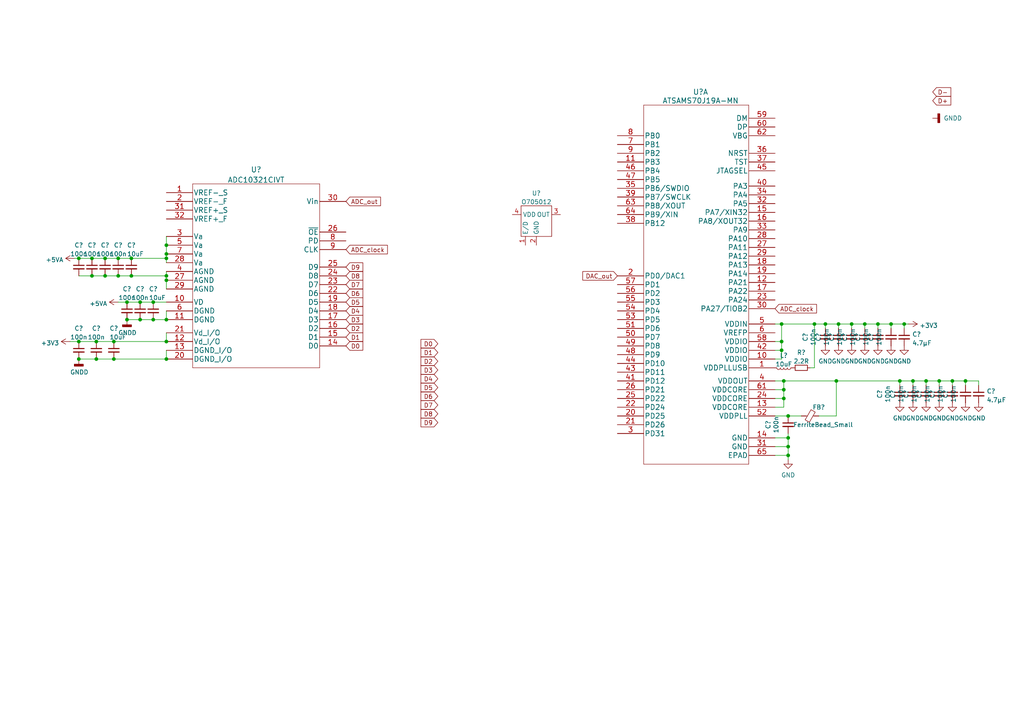
<source format=kicad_sch>
(kicad_sch (version 20211123) (generator eeschema)

  (uuid 892f55cd-a80b-4b7e-bbeb-d008d61a8f1a)

  (paper "A4")

  (lib_symbols
    (symbol "ADC10321CIV:ADC10321CIVT" (pin_names (offset 0.254)) (in_bom yes) (on_board yes)
      (property "Reference" "U" (id 0) (at 26.67 8.89 0)
        (effects (font (size 1.524 1.524)))
      )
      (property "Value" "ADC10321CIVT" (id 1) (at 26.67 6.35 0)
        (effects (font (size 1.524 1.524)))
      )
      (property "Footprint" "" (id 2) (at 38.1 6.096 0)
        (effects (font (size 1.524 1.524)) hide)
      )
      (property "Datasheet" "" (id 3) (at -1.143 -10.287 0)
        (effects (font (size 1.524 1.524)))
      )
      (property "ki_fp_filters" "VBE32A_TEX VBE32A_TEX-M VBE32A_TEX-L" (id 4) (at 0 0 0)
        (effects (font (size 1.27 1.27)) hide)
      )
      (symbol "ADC10321CIVT_1_1"
        (polyline
          (pts
            (xy 7.62 -48.26)
            (xy 44.45 -48.26)
          )
          (stroke (width 0.127) (type default) (color 0 0 0 0))
          (fill (type none))
        )
        (polyline
          (pts
            (xy 7.62 5.08)
            (xy 7.62 -48.26)
          )
          (stroke (width 0.127) (type default) (color 0 0 0 0))
          (fill (type none))
        )
        (polyline
          (pts
            (xy 44.45 -48.26)
            (xy 44.45 5.08)
          )
          (stroke (width 0.127) (type default) (color 0 0 0 0))
          (fill (type none))
        )
        (polyline
          (pts
            (xy 44.45 5.08)
            (xy 7.62 5.08)
          )
          (stroke (width 0.127) (type default) (color 0 0 0 0))
          (fill (type none))
        )
        (pin input line (at 0 2.54 0) (length 7.62)
          (name "VREF-_S" (effects (font (size 1.4986 1.4986))))
          (number "1" (effects (font (size 1.4986 1.4986))))
        )
        (pin passive line (at 0 -29.21 0) (length 7.62)
          (name "VD" (effects (font (size 1.4986 1.4986))))
          (number "10" (effects (font (size 1.4986 1.4986))))
        )
        (pin passive line (at 0 -34.29 0) (length 7.62)
          (name "DGND" (effects (font (size 1.4986 1.4986))))
          (number "11" (effects (font (size 1.4986 1.4986))))
        )
        (pin passive line (at 0 -40.64 0) (length 7.62)
          (name "Vd_I/O" (effects (font (size 1.4986 1.4986))))
          (number "12" (effects (font (size 1.4986 1.4986))))
        )
        (pin passive line (at 0 -43.18 0) (length 7.62)
          (name "DGND_I/O" (effects (font (size 1.4986 1.4986))))
          (number "13" (effects (font (size 1.4986 1.4986))))
        )
        (pin output line (at 52.07 -41.91 180) (length 7.62)
          (name "D0" (effects (font (size 1.4986 1.4986))))
          (number "14" (effects (font (size 1.4986 1.4986))))
        )
        (pin output line (at 52.07 -39.37 180) (length 7.62)
          (name "D1" (effects (font (size 1.4986 1.4986))))
          (number "15" (effects (font (size 1.4986 1.4986))))
        )
        (pin output line (at 52.07 -36.83 180) (length 7.62)
          (name "D2" (effects (font (size 1.4986 1.4986))))
          (number "16" (effects (font (size 1.4986 1.4986))))
        )
        (pin output line (at 52.07 -34.29 180) (length 7.62)
          (name "D3" (effects (font (size 1.4986 1.4986))))
          (number "17" (effects (font (size 1.4986 1.4986))))
        )
        (pin output line (at 52.07 -31.75 180) (length 7.62)
          (name "D4" (effects (font (size 1.4986 1.4986))))
          (number "18" (effects (font (size 1.4986 1.4986))))
        )
        (pin output line (at 52.07 -29.21 180) (length 7.62)
          (name "D5" (effects (font (size 1.4986 1.4986))))
          (number "19" (effects (font (size 1.4986 1.4986))))
        )
        (pin output line (at 0 0 0) (length 7.62)
          (name "VREF-_F" (effects (font (size 1.4986 1.4986))))
          (number "2" (effects (font (size 1.4986 1.4986))))
        )
        (pin passive line (at 0 -45.72 0) (length 7.62)
          (name "DGND_I/O" (effects (font (size 1.4986 1.4986))))
          (number "20" (effects (font (size 1.4986 1.4986))))
        )
        (pin passive line (at 0 -38.1 0) (length 7.62)
          (name "Vd_I/O" (effects (font (size 1.4986 1.4986))))
          (number "21" (effects (font (size 1.4986 1.4986))))
        )
        (pin output line (at 52.07 -26.67 180) (length 7.62)
          (name "D6" (effects (font (size 1.4986 1.4986))))
          (number "22" (effects (font (size 1.4986 1.4986))))
        )
        (pin output line (at 52.07 -24.13 180) (length 7.62)
          (name "D7" (effects (font (size 1.4986 1.4986))))
          (number "23" (effects (font (size 1.4986 1.4986))))
        )
        (pin output line (at 52.07 -21.59 180) (length 7.62)
          (name "D8" (effects (font (size 1.4986 1.4986))))
          (number "24" (effects (font (size 1.4986 1.4986))))
        )
        (pin output line (at 52.07 -19.05 180) (length 7.62)
          (name "D9" (effects (font (size 1.4986 1.4986))))
          (number "25" (effects (font (size 1.4986 1.4986))))
        )
        (pin passive line (at 52.07 -8.89 180) (length 7.62)
          (name "~{OE}" (effects (font (size 1.4986 1.4986))))
          (number "26" (effects (font (size 1.4986 1.4986))))
        )
        (pin passive line (at 0 -22.86 0) (length 7.62)
          (name "AGND" (effects (font (size 1.4986 1.4986))))
          (number "27" (effects (font (size 1.4986 1.4986))))
        )
        (pin passive line (at 0 -17.78 0) (length 7.62)
          (name "Va" (effects (font (size 1.4986 1.4986))))
          (number "28" (effects (font (size 1.4986 1.4986))))
        )
        (pin passive line (at 0 -25.4 0) (length 7.62)
          (name "AGND" (effects (font (size 1.4986 1.4986))))
          (number "29" (effects (font (size 1.4986 1.4986))))
        )
        (pin passive line (at 0 -10.16 0) (length 7.62)
          (name "Va" (effects (font (size 1.4986 1.4986))))
          (number "3" (effects (font (size 1.4986 1.4986))))
        )
        (pin passive line (at 52.07 0 180) (length 7.62)
          (name "Vin" (effects (font (size 1.4986 1.4986))))
          (number "30" (effects (font (size 1.4986 1.4986))))
        )
        (pin input line (at 0 -2.54 0) (length 7.62)
          (name "VREF+_S" (effects (font (size 1.4986 1.4986))))
          (number "31" (effects (font (size 1.4986 1.4986))))
        )
        (pin output line (at 0 -5.08 0) (length 7.62)
          (name "VREF+_F" (effects (font (size 1.4986 1.4986))))
          (number "32" (effects (font (size 1.4986 1.4986))))
        )
        (pin passive line (at 0 -20.32 0) (length 7.62)
          (name "AGND" (effects (font (size 1.4986 1.4986))))
          (number "4" (effects (font (size 1.4986 1.4986))))
        )
        (pin passive line (at 0 -12.7 0) (length 7.62)
          (name "Va" (effects (font (size 1.4986 1.4986))))
          (number "5" (effects (font (size 1.4986 1.4986))))
        )
        (pin passive line (at 0 -31.75 0) (length 7.62)
          (name "DGND" (effects (font (size 1.4986 1.4986))))
          (number "6" (effects (font (size 1.4986 1.4986))))
        )
        (pin passive line (at 0 -15.24 0) (length 7.62)
          (name "Va" (effects (font (size 1.4986 1.4986))))
          (number "7" (effects (font (size 1.4986 1.4986))))
        )
        (pin passive line (at 52.07 -11.43 180) (length 7.62)
          (name "PD" (effects (font (size 1.4986 1.4986))))
          (number "8" (effects (font (size 1.4986 1.4986))))
        )
        (pin passive line (at 52.07 -13.97 180) (length 7.62)
          (name "CLK" (effects (font (size 1.4986 1.4986))))
          (number "9" (effects (font (size 1.4986 1.4986))))
        )
      )
    )
    (symbol "ATSAMS70J:ATSAMS70J19A-MN" (pin_names (offset 0.254)) (in_bom yes) (on_board yes)
      (property "Reference" "U" (id 0) (at 1.27 36.83 0)
        (effects (font (size 1.524 1.524)))
      )
      (property "Value" "ATSAMS70J19A-MN" (id 1) (at 1.27 34.29 0)
        (effects (font (size 1.524 1.524)))
      )
      (property "Footprint" "QFN64_9x9MC_MCH" (id 2) (at 1.27 32.766 0)
        (effects (font (size 1.524 1.524)) hide)
      )
      (property "Datasheet" "" (id 3) (at -21.59 19.05 0)
        (effects (font (size 1.524 1.524)))
      )
      (property "ki_fp_filters" "QFN64_9x9MC_MCH QFN64_9x9MC_MCH-M QFN64_9x9MC_MCH-L" (id 4) (at 0 0 0)
        (effects (font (size 1.27 1.27)) hide)
      )
      (symbol "ATSAMS70J19A-MN_1_1"
        (polyline
          (pts
            (xy -13.97 -72.39)
            (xy 16.51 -72.39)
          )
          (stroke (width 0.127) (type default) (color 0 0 0 0))
          (fill (type none))
        )
        (polyline
          (pts
            (xy -13.97 31.75)
            (xy -13.97 -72.39)
          )
          (stroke (width 0.127) (type default) (color 0 0 0 0))
          (fill (type none))
        )
        (polyline
          (pts
            (xy 16.51 -72.39)
            (xy 16.51 31.75)
          )
          (stroke (width 0.127) (type default) (color 0 0 0 0))
          (fill (type none))
        )
        (polyline
          (pts
            (xy 16.51 31.75)
            (xy -13.97 31.75)
          )
          (stroke (width 0.127) (type default) (color 0 0 0 0))
          (fill (type none))
        )
        (pin power_in line (at 24.13 -44.45 180) (length 7.62)
          (name "VDDPLLUSB" (effects (font (size 1.4986 1.4986))))
          (number "1" (effects (font (size 1.4986 1.4986))))
        )
        (pin power_in line (at 24.13 -41.91 180) (length 7.62)
          (name "VDDIO" (effects (font (size 1.4986 1.4986))))
          (number "10" (effects (font (size 1.4986 1.4986))))
        )
        (pin bidirectional line (at -21.59 15.24 0) (length 7.62)
          (name "PB3" (effects (font (size 1.4986 1.4986))))
          (number "11" (effects (font (size 1.4986 1.4986))))
        )
        (pin bidirectional line (at 24.13 -19.685 180) (length 7.62)
          (name "PA21" (effects (font (size 1.4986 1.4986))))
          (number "12" (effects (font (size 1.4986 1.4986))))
        )
        (pin power_in line (at 24.13 -55.88 180) (length 7.62)
          (name "VDDCORE" (effects (font (size 1.4986 1.4986))))
          (number "13" (effects (font (size 1.4986 1.4986))))
        )
        (pin power_in line (at 24.13 -64.77 180) (length 7.62)
          (name "GND" (effects (font (size 1.4986 1.4986))))
          (number "14" (effects (font (size 1.4986 1.4986))))
        )
        (pin bidirectional line (at 24.13 0.635 180) (length 7.62)
          (name "PA7/XIN32" (effects (font (size 1.4986 1.4986))))
          (number "15" (effects (font (size 1.4986 1.4986))))
        )
        (pin bidirectional line (at 24.13 -1.905 180) (length 7.62)
          (name "PA8/XOUT32" (effects (font (size 1.4986 1.4986))))
          (number "16" (effects (font (size 1.4986 1.4986))))
        )
        (pin bidirectional line (at 24.13 -22.225 180) (length 7.62)
          (name "PA22" (effects (font (size 1.4986 1.4986))))
          (number "17" (effects (font (size 1.4986 1.4986))))
        )
        (pin bidirectional line (at 24.13 -14.605 180) (length 7.62)
          (name "PA13" (effects (font (size 1.4986 1.4986))))
          (number "18" (effects (font (size 1.4986 1.4986))))
        )
        (pin bidirectional line (at 24.13 -17.145 180) (length 7.62)
          (name "PA14" (effects (font (size 1.4986 1.4986))))
          (number "19" (effects (font (size 1.4986 1.4986))))
        )
        (pin bidirectional line (at -21.59 -17.78 0) (length 7.62)
          (name "PD0/DAC1" (effects (font (size 1.4986 1.4986))))
          (number "2" (effects (font (size 1.4986 1.4986))))
        )
        (pin bidirectional line (at -21.59 -58.42 0) (length 7.62)
          (name "PD25" (effects (font (size 1.4986 1.4986))))
          (number "20" (effects (font (size 1.4986 1.4986))))
        )
        (pin bidirectional line (at -21.59 -60.96 0) (length 7.62)
          (name "PD26" (effects (font (size 1.4986 1.4986))))
          (number "21" (effects (font (size 1.4986 1.4986))))
        )
        (pin bidirectional line (at -21.59 -55.88 0) (length 7.62)
          (name "PD24" (effects (font (size 1.4986 1.4986))))
          (number "22" (effects (font (size 1.4986 1.4986))))
        )
        (pin bidirectional line (at 24.13 -24.765 180) (length 7.62)
          (name "PA24" (effects (font (size 1.4986 1.4986))))
          (number "23" (effects (font (size 1.4986 1.4986))))
        )
        (pin power_in line (at 24.13 -53.34 180) (length 7.62)
          (name "VDDCORE" (effects (font (size 1.4986 1.4986))))
          (number "24" (effects (font (size 1.4986 1.4986))))
        )
        (pin bidirectional line (at -21.59 -53.34 0) (length 7.62)
          (name "PD22" (effects (font (size 1.4986 1.4986))))
          (number "25" (effects (font (size 1.4986 1.4986))))
        )
        (pin bidirectional line (at -21.59 -50.8 0) (length 7.62)
          (name "PD21" (effects (font (size 1.4986 1.4986))))
          (number "26" (effects (font (size 1.4986 1.4986))))
        )
        (pin bidirectional line (at 24.13 -9.525 180) (length 7.62)
          (name "PA11" (effects (font (size 1.4986 1.4986))))
          (number "27" (effects (font (size 1.4986 1.4986))))
        )
        (pin bidirectional line (at 24.13 -6.985 180) (length 7.62)
          (name "PA10" (effects (font (size 1.4986 1.4986))))
          (number "28" (effects (font (size 1.4986 1.4986))))
        )
        (pin bidirectional line (at 24.13 -12.065 180) (length 7.62)
          (name "PA12" (effects (font (size 1.4986 1.4986))))
          (number "29" (effects (font (size 1.4986 1.4986))))
        )
        (pin bidirectional line (at -21.59 -63.5 0) (length 7.62)
          (name "PD31" (effects (font (size 1.4986 1.4986))))
          (number "3" (effects (font (size 1.4986 1.4986))))
        )
        (pin bidirectional line (at 24.13 -27.305 180) (length 7.62)
          (name "PA27/TIOB2" (effects (font (size 1.4986 1.4986))))
          (number "30" (effects (font (size 1.4986 1.4986))))
        )
        (pin power_in line (at 24.13 -67.31 180) (length 7.62)
          (name "GND" (effects (font (size 1.4986 1.4986))))
          (number "31" (effects (font (size 1.4986 1.4986))))
        )
        (pin bidirectional line (at 24.13 3.175 180) (length 7.62)
          (name "PA5" (effects (font (size 1.4986 1.4986))))
          (number "32" (effects (font (size 1.4986 1.4986))))
        )
        (pin bidirectional line (at 24.13 -4.445 180) (length 7.62)
          (name "PA9" (effects (font (size 1.4986 1.4986))))
          (number "33" (effects (font (size 1.4986 1.4986))))
        )
        (pin bidirectional line (at 24.13 5.715 180) (length 7.62)
          (name "PA4" (effects (font (size 1.4986 1.4986))))
          (number "34" (effects (font (size 1.4986 1.4986))))
        )
        (pin bidirectional line (at -21.59 7.62 0) (length 7.62)
          (name "PB6/SWDIO" (effects (font (size 1.4986 1.4986))))
          (number "35" (effects (font (size 1.4986 1.4986))))
        )
        (pin unspecified line (at 24.13 17.78 180) (length 7.62)
          (name "NRST" (effects (font (size 1.4986 1.4986))))
          (number "36" (effects (font (size 1.4986 1.4986))))
        )
        (pin unspecified line (at 24.13 15.24 180) (length 7.62)
          (name "TST" (effects (font (size 1.4986 1.4986))))
          (number "37" (effects (font (size 1.4986 1.4986))))
        )
        (pin bidirectional line (at -21.59 -2.54 0) (length 7.62)
          (name "PB12" (effects (font (size 1.4986 1.4986))))
          (number "38" (effects (font (size 1.4986 1.4986))))
        )
        (pin bidirectional line (at -21.59 5.08 0) (length 7.62)
          (name "PB7/SWCLK" (effects (font (size 1.4986 1.4986))))
          (number "39" (effects (font (size 1.4986 1.4986))))
        )
        (pin power_out line (at 24.13 -48.26 180) (length 7.62)
          (name "VDDOUT" (effects (font (size 1.4986 1.4986))))
          (number "4" (effects (font (size 1.4986 1.4986))))
        )
        (pin bidirectional line (at 24.13 8.255 180) (length 7.62)
          (name "PA3" (effects (font (size 1.4986 1.4986))))
          (number "40" (effects (font (size 1.4986 1.4986))))
        )
        (pin bidirectional line (at -21.59 -48.26 0) (length 7.62)
          (name "PD12" (effects (font (size 1.4986 1.4986))))
          (number "41" (effects (font (size 1.4986 1.4986))))
        )
        (pin power_in line (at 24.13 -39.37 180) (length 7.62)
          (name "VDDIO" (effects (font (size 1.4986 1.4986))))
          (number "42" (effects (font (size 1.4986 1.4986))))
        )
        (pin bidirectional line (at -21.59 -45.72 0) (length 7.62)
          (name "PD11" (effects (font (size 1.4986 1.4986))))
          (number "43" (effects (font (size 1.4986 1.4986))))
        )
        (pin bidirectional line (at -21.59 -43.18 0) (length 7.62)
          (name "PD10" (effects (font (size 1.4986 1.4986))))
          (number "44" (effects (font (size 1.4986 1.4986))))
        )
        (pin unspecified line (at 24.13 12.7 180) (length 7.62)
          (name "JTAGSEL" (effects (font (size 1.4986 1.4986))))
          (number "45" (effects (font (size 1.4986 1.4986))))
        )
        (pin bidirectional line (at -21.59 12.7 0) (length 7.62)
          (name "PB4" (effects (font (size 1.4986 1.4986))))
          (number "46" (effects (font (size 1.4986 1.4986))))
        )
        (pin bidirectional line (at -21.59 10.16 0) (length 7.62)
          (name "PB5" (effects (font (size 1.4986 1.4986))))
          (number "47" (effects (font (size 1.4986 1.4986))))
        )
        (pin bidirectional line (at -21.59 -40.64 0) (length 7.62)
          (name "PD9" (effects (font (size 1.4986 1.4986))))
          (number "48" (effects (font (size 1.4986 1.4986))))
        )
        (pin bidirectional line (at -21.59 -38.1 0) (length 7.62)
          (name "PD8" (effects (font (size 1.4986 1.4986))))
          (number "49" (effects (font (size 1.4986 1.4986))))
        )
        (pin power_in line (at 24.13 -31.75 180) (length 7.62)
          (name "VDDIN" (effects (font (size 1.4986 1.4986))))
          (number "5" (effects (font (size 1.4986 1.4986))))
        )
        (pin bidirectional line (at -21.59 -35.56 0) (length 7.62)
          (name "PD7" (effects (font (size 1.4986 1.4986))))
          (number "50" (effects (font (size 1.4986 1.4986))))
        )
        (pin bidirectional line (at -21.59 -33.02 0) (length 7.62)
          (name "PD6" (effects (font (size 1.4986 1.4986))))
          (number "51" (effects (font (size 1.4986 1.4986))))
        )
        (pin power_in line (at 24.13 -58.42 180) (length 7.62)
          (name "VDDPLL" (effects (font (size 1.4986 1.4986))))
          (number "52" (effects (font (size 1.4986 1.4986))))
        )
        (pin bidirectional line (at -21.59 -30.48 0) (length 7.62)
          (name "PD5" (effects (font (size 1.4986 1.4986))))
          (number "53" (effects (font (size 1.4986 1.4986))))
        )
        (pin bidirectional line (at -21.59 -27.94 0) (length 7.62)
          (name "PD4" (effects (font (size 1.4986 1.4986))))
          (number "54" (effects (font (size 1.4986 1.4986))))
        )
        (pin bidirectional line (at -21.59 -25.4 0) (length 7.62)
          (name "PD3" (effects (font (size 1.4986 1.4986))))
          (number "55" (effects (font (size 1.4986 1.4986))))
        )
        (pin bidirectional line (at -21.59 -22.86 0) (length 7.62)
          (name "PD2" (effects (font (size 1.4986 1.4986))))
          (number "56" (effects (font (size 1.4986 1.4986))))
        )
        (pin bidirectional line (at -21.59 -20.32 0) (length 7.62)
          (name "PD1" (effects (font (size 1.4986 1.4986))))
          (number "57" (effects (font (size 1.4986 1.4986))))
        )
        (pin power_in line (at 24.13 -36.83 180) (length 7.62)
          (name "VDDIO" (effects (font (size 1.4986 1.4986))))
          (number "58" (effects (font (size 1.4986 1.4986))))
        )
        (pin unspecified line (at 24.13 27.94 180) (length 7.62)
          (name "DM" (effects (font (size 1.4986 1.4986))))
          (number "59" (effects (font (size 1.4986 1.4986))))
        )
        (pin passive line (at 24.13 -34.29 180) (length 7.62)
          (name "VREFP" (effects (font (size 1.4986 1.4986))))
          (number "6" (effects (font (size 1.4986 1.4986))))
        )
        (pin unspecified line (at 24.13 25.4 180) (length 7.62)
          (name "DP" (effects (font (size 1.4986 1.4986))))
          (number "60" (effects (font (size 1.4986 1.4986))))
        )
        (pin power_in line (at 24.13 -50.8 180) (length 7.62)
          (name "VDDCORE" (effects (font (size 1.4986 1.4986))))
          (number "61" (effects (font (size 1.4986 1.4986))))
        )
        (pin unspecified line (at 24.13 22.86 180) (length 7.62)
          (name "VBG" (effects (font (size 1.4986 1.4986))))
          (number "62" (effects (font (size 1.4986 1.4986))))
        )
        (pin bidirectional line (at -21.59 2.54 0) (length 7.62)
          (name "PB8/XOUT" (effects (font (size 1.4986 1.4986))))
          (number "63" (effects (font (size 1.4986 1.4986))))
        )
        (pin bidirectional line (at -21.59 0 0) (length 7.62)
          (name "PB9/XIN" (effects (font (size 1.4986 1.4986))))
          (number "64" (effects (font (size 1.4986 1.4986))))
        )
        (pin passive line (at 24.13 -69.85 180) (length 7.62)
          (name "EPAD" (effects (font (size 1.4986 1.4986))))
          (number "65" (effects (font (size 1.4986 1.4986))))
        )
        (pin bidirectional line (at -21.59 20.32 0) (length 7.62)
          (name "PB1" (effects (font (size 1.4986 1.4986))))
          (number "7" (effects (font (size 1.4986 1.4986))))
        )
        (pin bidirectional line (at -21.59 22.86 0) (length 7.62)
          (name "PB0" (effects (font (size 1.4986 1.4986))))
          (number "8" (effects (font (size 1.4986 1.4986))))
        )
        (pin bidirectional line (at -21.59 17.78 0) (length 7.62)
          (name "PB2" (effects (font (size 1.4986 1.4986))))
          (number "9" (effects (font (size 1.4986 1.4986))))
        )
      )
      (symbol "ATSAMS70J19A-MN_2_1"
        (polyline
          (pts
            (xy 7.62 -48.26)
            (xy 33.02 -48.26)
          )
          (stroke (width 0.127) (type default) (color 0 0 0 0))
          (fill (type none))
        )
        (polyline
          (pts
            (xy 7.62 7.62)
            (xy 7.62 -48.26)
          )
          (stroke (width 0.127) (type default) (color 0 0 0 0))
          (fill (type none))
        )
        (polyline
          (pts
            (xy 33.02 -48.26)
            (xy 33.02 7.62)
          )
          (stroke (width 0.127) (type default) (color 0 0 0 0))
          (fill (type none))
        )
        (polyline
          (pts
            (xy 33.02 7.62)
            (xy 7.62 7.62)
          )
          (stroke (width 0.127) (type default) (color 0 0 0 0))
          (fill (type none))
        )
        (pin power_in line (at 0 -27.94 0) (length 7.62)
          (name "VDDPLLUSB" (effects (font (size 1.4986 1.4986))))
          (number "1" (effects (font (size 1.4986 1.4986))))
        )
        (pin power_in line (at 0 -12.7 0) (length 7.62)
          (name "VDDIO" (effects (font (size 1.4986 1.4986))))
          (number "10" (effects (font (size 1.4986 1.4986))))
        )
        (pin power_in line (at 0 0 0) (length 7.62)
          (name "VDDCORE" (effects (font (size 1.4986 1.4986))))
          (number "13" (effects (font (size 1.4986 1.4986))))
        )
        (pin power_in line (at 0 -40.64 0) (length 7.62)
          (name "GND" (effects (font (size 1.4986 1.4986))))
          (number "14" (effects (font (size 1.4986 1.4986))))
        )
        (pin power_in line (at 0 -2.54 0) (length 7.62)
          (name "VDDCORE" (effects (font (size 1.4986 1.4986))))
          (number "24" (effects (font (size 1.4986 1.4986))))
        )
        (pin output line (at 0 -22.86 0) (length 7.62)
          (name "VDDOUT" (effects (font (size 1.4986 1.4986))))
          (number "3" (effects (font (size 1.4986 1.4986))))
        )
        (pin power_in line (at 0 -43.18 0) (length 7.62)
          (name "GND" (effects (font (size 1.4986 1.4986))))
          (number "31" (effects (font (size 1.4986 1.4986))))
        )
        (pin power_in line (at 0 -15.24 0) (length 7.62)
          (name "VDDIO" (effects (font (size 1.4986 1.4986))))
          (number "42" (effects (font (size 1.4986 1.4986))))
        )
        (pin power_in line (at 0 -10.16 0) (length 7.62)
          (name "VDDIN" (effects (font (size 1.4986 1.4986))))
          (number "5" (effects (font (size 1.4986 1.4986))))
        )
        (pin power_in line (at 0 -30.48 0) (length 7.62)
          (name "VDDPLL" (effects (font (size 1.4986 1.4986))))
          (number "52" (effects (font (size 1.4986 1.4986))))
        )
        (pin power_in line (at 0 -17.78 0) (length 7.62)
          (name "VDDIO" (effects (font (size 1.4986 1.4986))))
          (number "58" (effects (font (size 1.4986 1.4986))))
        )
        (pin power_in line (at 0 -35.56 0) (length 7.62)
          (name "VREFP" (effects (font (size 1.4986 1.4986))))
          (number "6" (effects (font (size 1.4986 1.4986))))
        )
        (pin power_in line (at 0 -5.08 0) (length 7.62)
          (name "VDDCORE" (effects (font (size 1.4986 1.4986))))
          (number "61" (effects (font (size 1.4986 1.4986))))
        )
      )
    )
    (symbol "Device:C_Small" (pin_numbers hide) (pin_names (offset 0.254) hide) (in_bom yes) (on_board yes)
      (property "Reference" "C" (id 0) (at 0.254 1.778 0)
        (effects (font (size 1.27 1.27)) (justify left))
      )
      (property "Value" "C_Small" (id 1) (at 0.254 -2.032 0)
        (effects (font (size 1.27 1.27)) (justify left))
      )
      (property "Footprint" "" (id 2) (at 0 0 0)
        (effects (font (size 1.27 1.27)) hide)
      )
      (property "Datasheet" "~" (id 3) (at 0 0 0)
        (effects (font (size 1.27 1.27)) hide)
      )
      (property "ki_keywords" "capacitor cap" (id 4) (at 0 0 0)
        (effects (font (size 1.27 1.27)) hide)
      )
      (property "ki_description" "Unpolarized capacitor, small symbol" (id 5) (at 0 0 0)
        (effects (font (size 1.27 1.27)) hide)
      )
      (property "ki_fp_filters" "C_*" (id 6) (at 0 0 0)
        (effects (font (size 1.27 1.27)) hide)
      )
      (symbol "C_Small_0_1"
        (polyline
          (pts
            (xy -1.524 -0.508)
            (xy 1.524 -0.508)
          )
          (stroke (width 0.3302) (type default) (color 0 0 0 0))
          (fill (type none))
        )
        (polyline
          (pts
            (xy -1.524 0.508)
            (xy 1.524 0.508)
          )
          (stroke (width 0.3048) (type default) (color 0 0 0 0))
          (fill (type none))
        )
      )
      (symbol "C_Small_1_1"
        (pin passive line (at 0 2.54 270) (length 2.032)
          (name "~" (effects (font (size 1.27 1.27))))
          (number "1" (effects (font (size 1.27 1.27))))
        )
        (pin passive line (at 0 -2.54 90) (length 2.032)
          (name "~" (effects (font (size 1.27 1.27))))
          (number "2" (effects (font (size 1.27 1.27))))
        )
      )
    )
    (symbol "Device:FerriteBead_Small" (pin_numbers hide) (pin_names (offset 0)) (in_bom yes) (on_board yes)
      (property "Reference" "FB" (id 0) (at 1.905 1.27 0)
        (effects (font (size 1.27 1.27)) (justify left))
      )
      (property "Value" "FerriteBead_Small" (id 1) (at 1.905 -1.27 0)
        (effects (font (size 1.27 1.27)) (justify left))
      )
      (property "Footprint" "" (id 2) (at -1.778 0 90)
        (effects (font (size 1.27 1.27)) hide)
      )
      (property "Datasheet" "~" (id 3) (at 0 0 0)
        (effects (font (size 1.27 1.27)) hide)
      )
      (property "ki_keywords" "L ferrite bead inductor filter" (id 4) (at 0 0 0)
        (effects (font (size 1.27 1.27)) hide)
      )
      (property "ki_description" "Ferrite bead, small symbol" (id 5) (at 0 0 0)
        (effects (font (size 1.27 1.27)) hide)
      )
      (property "ki_fp_filters" "Inductor_* L_* *Ferrite*" (id 6) (at 0 0 0)
        (effects (font (size 1.27 1.27)) hide)
      )
      (symbol "FerriteBead_Small_0_1"
        (polyline
          (pts
            (xy 0 -1.27)
            (xy 0 -0.7874)
          )
          (stroke (width 0) (type default) (color 0 0 0 0))
          (fill (type none))
        )
        (polyline
          (pts
            (xy 0 0.889)
            (xy 0 1.2954)
          )
          (stroke (width 0) (type default) (color 0 0 0 0))
          (fill (type none))
        )
        (polyline
          (pts
            (xy -1.8288 0.2794)
            (xy -1.1176 1.4986)
            (xy 1.8288 -0.2032)
            (xy 1.1176 -1.4224)
            (xy -1.8288 0.2794)
          )
          (stroke (width 0) (type default) (color 0 0 0 0))
          (fill (type none))
        )
      )
      (symbol "FerriteBead_Small_1_1"
        (pin passive line (at 0 2.54 270) (length 1.27)
          (name "~" (effects (font (size 1.27 1.27))))
          (number "1" (effects (font (size 1.27 1.27))))
        )
        (pin passive line (at 0 -2.54 90) (length 1.27)
          (name "~" (effects (font (size 1.27 1.27))))
          (number "2" (effects (font (size 1.27 1.27))))
        )
      )
    )
    (symbol "Device:L_Small" (pin_numbers hide) (pin_names (offset 0.254) hide) (in_bom yes) (on_board yes)
      (property "Reference" "L" (id 0) (at 0.762 1.016 0)
        (effects (font (size 1.27 1.27)) (justify left))
      )
      (property "Value" "L_Small" (id 1) (at 0.762 -1.016 0)
        (effects (font (size 1.27 1.27)) (justify left))
      )
      (property "Footprint" "" (id 2) (at 0 0 0)
        (effects (font (size 1.27 1.27)) hide)
      )
      (property "Datasheet" "~" (id 3) (at 0 0 0)
        (effects (font (size 1.27 1.27)) hide)
      )
      (property "ki_keywords" "inductor choke coil reactor magnetic" (id 4) (at 0 0 0)
        (effects (font (size 1.27 1.27)) hide)
      )
      (property "ki_description" "Inductor, small symbol" (id 5) (at 0 0 0)
        (effects (font (size 1.27 1.27)) hide)
      )
      (property "ki_fp_filters" "Choke_* *Coil* Inductor_* L_*" (id 6) (at 0 0 0)
        (effects (font (size 1.27 1.27)) hide)
      )
      (symbol "L_Small_0_1"
        (arc (start 0 -2.032) (mid 0.508 -1.524) (end 0 -1.016)
          (stroke (width 0) (type default) (color 0 0 0 0))
          (fill (type none))
        )
        (arc (start 0 -1.016) (mid 0.508 -0.508) (end 0 0)
          (stroke (width 0) (type default) (color 0 0 0 0))
          (fill (type none))
        )
        (arc (start 0 0) (mid 0.508 0.508) (end 0 1.016)
          (stroke (width 0) (type default) (color 0 0 0 0))
          (fill (type none))
        )
        (arc (start 0 1.016) (mid 0.508 1.524) (end 0 2.032)
          (stroke (width 0) (type default) (color 0 0 0 0))
          (fill (type none))
        )
      )
      (symbol "L_Small_1_1"
        (pin passive line (at 0 2.54 270) (length 0.508)
          (name "~" (effects (font (size 1.27 1.27))))
          (number "1" (effects (font (size 1.27 1.27))))
        )
        (pin passive line (at 0 -2.54 90) (length 0.508)
          (name "~" (effects (font (size 1.27 1.27))))
          (number "2" (effects (font (size 1.27 1.27))))
        )
      )
    )
    (symbol "Device:R_Small" (pin_numbers hide) (pin_names (offset 0.254) hide) (in_bom yes) (on_board yes)
      (property "Reference" "R" (id 0) (at 0.762 0.508 0)
        (effects (font (size 1.27 1.27)) (justify left))
      )
      (property "Value" "R_Small" (id 1) (at 0.762 -1.016 0)
        (effects (font (size 1.27 1.27)) (justify left))
      )
      (property "Footprint" "" (id 2) (at 0 0 0)
        (effects (font (size 1.27 1.27)) hide)
      )
      (property "Datasheet" "~" (id 3) (at 0 0 0)
        (effects (font (size 1.27 1.27)) hide)
      )
      (property "ki_keywords" "R resistor" (id 4) (at 0 0 0)
        (effects (font (size 1.27 1.27)) hide)
      )
      (property "ki_description" "Resistor, small symbol" (id 5) (at 0 0 0)
        (effects (font (size 1.27 1.27)) hide)
      )
      (property "ki_fp_filters" "R_*" (id 6) (at 0 0 0)
        (effects (font (size 1.27 1.27)) hide)
      )
      (symbol "R_Small_0_1"
        (rectangle (start -0.762 1.778) (end 0.762 -1.778)
          (stroke (width 0.2032) (type default) (color 0 0 0 0))
          (fill (type none))
        )
      )
      (symbol "R_Small_1_1"
        (pin passive line (at 0 2.54 270) (length 0.762)
          (name "~" (effects (font (size 1.27 1.27))))
          (number "1" (effects (font (size 1.27 1.27))))
        )
        (pin passive line (at 0 -2.54 90) (length 0.762)
          (name "~" (effects (font (size 1.27 1.27))))
          (number "2" (effects (font (size 1.27 1.27))))
        )
      )
    )
    (symbol "O705012:O705012" (in_bom yes) (on_board yes)
      (property "Reference" "U" (id 0) (at 0 6.985 0)
        (effects (font (size 1.27 1.27)))
      )
      (property "Value" "O705012" (id 1) (at 0 5.08 0)
        (effects (font (size 1.27 1.27)))
      )
      (property "Footprint" "" (id 2) (at 0 2.54 0)
        (effects (font (size 1.27 1.27)) hide)
      )
      (property "Datasheet" "" (id 3) (at 0 2.54 0)
        (effects (font (size 1.27 1.27)) hide)
      )
      (symbol "O705012_0_1"
        (rectangle (start -4.445 3.175) (end 4.445 -5.715)
          (stroke (width 0.1524) (type default) (color 0 0 0 0))
          (fill (type none))
        )
      )
      (symbol "O705012_1_1"
        (pin power_in line (at -3.175 -8.255 90) (length 2.54)
          (name "E/D" (effects (font (size 1.27 1.27))))
          (number "1" (effects (font (size 1.27 1.27))))
        )
        (pin power_in line (at 0 -8.255 90) (length 2.54)
          (name "GND" (effects (font (size 1.27 1.27))))
          (number "2" (effects (font (size 1.27 1.27))))
        )
        (pin power_in line (at 6.985 0.635 180) (length 2.54)
          (name "OUT" (effects (font (size 1.27 1.27))))
          (number "3" (effects (font (size 1.27 1.27))))
        )
        (pin power_in line (at -6.985 0.635 0) (length 2.54)
          (name "VDD" (effects (font (size 1.27 1.27))))
          (number "4" (effects (font (size 1.27 1.27))))
        )
      )
    )
    (symbol "power:+3.3V" (power) (pin_names (offset 0)) (in_bom yes) (on_board yes)
      (property "Reference" "#PWR" (id 0) (at 0 -3.81 0)
        (effects (font (size 1.27 1.27)) hide)
      )
      (property "Value" "+3.3V" (id 1) (at 0 3.556 0)
        (effects (font (size 1.27 1.27)))
      )
      (property "Footprint" "" (id 2) (at 0 0 0)
        (effects (font (size 1.27 1.27)) hide)
      )
      (property "Datasheet" "" (id 3) (at 0 0 0)
        (effects (font (size 1.27 1.27)) hide)
      )
      (property "ki_keywords" "power-flag" (id 4) (at 0 0 0)
        (effects (font (size 1.27 1.27)) hide)
      )
      (property "ki_description" "Power symbol creates a global label with name \"+3.3V\"" (id 5) (at 0 0 0)
        (effects (font (size 1.27 1.27)) hide)
      )
      (symbol "+3.3V_0_1"
        (polyline
          (pts
            (xy -0.762 1.27)
            (xy 0 2.54)
          )
          (stroke (width 0) (type default) (color 0 0 0 0))
          (fill (type none))
        )
        (polyline
          (pts
            (xy 0 0)
            (xy 0 2.54)
          )
          (stroke (width 0) (type default) (color 0 0 0 0))
          (fill (type none))
        )
        (polyline
          (pts
            (xy 0 2.54)
            (xy 0.762 1.27)
          )
          (stroke (width 0) (type default) (color 0 0 0 0))
          (fill (type none))
        )
      )
      (symbol "+3.3V_1_1"
        (pin power_in line (at 0 0 90) (length 0) hide
          (name "+3V3" (effects (font (size 1.27 1.27))))
          (number "1" (effects (font (size 1.27 1.27))))
        )
      )
    )
    (symbol "power:+5VA" (power) (pin_names (offset 0)) (in_bom yes) (on_board yes)
      (property "Reference" "#PWR" (id 0) (at 0 -3.81 0)
        (effects (font (size 1.27 1.27)) hide)
      )
      (property "Value" "+5VA" (id 1) (at 0 3.556 0)
        (effects (font (size 1.27 1.27)))
      )
      (property "Footprint" "" (id 2) (at 0 0 0)
        (effects (font (size 1.27 1.27)) hide)
      )
      (property "Datasheet" "" (id 3) (at 0 0 0)
        (effects (font (size 1.27 1.27)) hide)
      )
      (property "ki_keywords" "power-flag" (id 4) (at 0 0 0)
        (effects (font (size 1.27 1.27)) hide)
      )
      (property "ki_description" "Power symbol creates a global label with name \"+5VA\"" (id 5) (at 0 0 0)
        (effects (font (size 1.27 1.27)) hide)
      )
      (symbol "+5VA_0_1"
        (polyline
          (pts
            (xy -0.762 1.27)
            (xy 0 2.54)
          )
          (stroke (width 0) (type default) (color 0 0 0 0))
          (fill (type none))
        )
        (polyline
          (pts
            (xy 0 0)
            (xy 0 2.54)
          )
          (stroke (width 0) (type default) (color 0 0 0 0))
          (fill (type none))
        )
        (polyline
          (pts
            (xy 0 2.54)
            (xy 0.762 1.27)
          )
          (stroke (width 0) (type default) (color 0 0 0 0))
          (fill (type none))
        )
      )
      (symbol "+5VA_1_1"
        (pin power_in line (at 0 0 90) (length 0) hide
          (name "+5VA" (effects (font (size 1.27 1.27))))
          (number "1" (effects (font (size 1.27 1.27))))
        )
      )
    )
    (symbol "power:GND" (power) (pin_names (offset 0)) (in_bom yes) (on_board yes)
      (property "Reference" "#PWR" (id 0) (at 0 -6.35 0)
        (effects (font (size 1.27 1.27)) hide)
      )
      (property "Value" "GND" (id 1) (at 0 -3.81 0)
        (effects (font (size 1.27 1.27)))
      )
      (property "Footprint" "" (id 2) (at 0 0 0)
        (effects (font (size 1.27 1.27)) hide)
      )
      (property "Datasheet" "" (id 3) (at 0 0 0)
        (effects (font (size 1.27 1.27)) hide)
      )
      (property "ki_keywords" "power-flag" (id 4) (at 0 0 0)
        (effects (font (size 1.27 1.27)) hide)
      )
      (property "ki_description" "Power symbol creates a global label with name \"GND\" , ground" (id 5) (at 0 0 0)
        (effects (font (size 1.27 1.27)) hide)
      )
      (symbol "GND_0_1"
        (polyline
          (pts
            (xy 0 0)
            (xy 0 -1.27)
            (xy 1.27 -1.27)
            (xy 0 -2.54)
            (xy -1.27 -1.27)
            (xy 0 -1.27)
          )
          (stroke (width 0) (type default) (color 0 0 0 0))
          (fill (type none))
        )
      )
      (symbol "GND_1_1"
        (pin power_in line (at 0 0 270) (length 0) hide
          (name "GND" (effects (font (size 1.27 1.27))))
          (number "1" (effects (font (size 1.27 1.27))))
        )
      )
    )
    (symbol "power:GNDD" (power) (pin_names (offset 0)) (in_bom yes) (on_board yes)
      (property "Reference" "#PWR" (id 0) (at 0 -6.35 0)
        (effects (font (size 1.27 1.27)) hide)
      )
      (property "Value" "GNDD" (id 1) (at 0 -3.175 0)
        (effects (font (size 1.27 1.27)))
      )
      (property "Footprint" "" (id 2) (at 0 0 0)
        (effects (font (size 1.27 1.27)) hide)
      )
      (property "Datasheet" "" (id 3) (at 0 0 0)
        (effects (font (size 1.27 1.27)) hide)
      )
      (property "ki_keywords" "power-flag" (id 4) (at 0 0 0)
        (effects (font (size 1.27 1.27)) hide)
      )
      (property "ki_description" "Power symbol creates a global label with name \"GNDD\" , digital ground" (id 5) (at 0 0 0)
        (effects (font (size 1.27 1.27)) hide)
      )
      (symbol "GNDD_0_1"
        (rectangle (start -1.27 -1.524) (end 1.27 -2.032)
          (stroke (width 0.254) (type default) (color 0 0 0 0))
          (fill (type outline))
        )
        (polyline
          (pts
            (xy 0 0)
            (xy 0 -1.524)
          )
          (stroke (width 0) (type default) (color 0 0 0 0))
          (fill (type none))
        )
      )
      (symbol "GNDD_1_1"
        (pin power_in line (at 0 0 270) (length 0) hide
          (name "GNDD" (effects (font (size 1.27 1.27))))
          (number "1" (effects (font (size 1.27 1.27))))
        )
      )
    )
  )

  (junction (at 30.48 74.93) (diameter 0) (color 0 0 0 0)
    (uuid 028d2842-cf1e-4a50-a45c-1af7a587f31c)
  )
  (junction (at 227.33 113.03) (diameter 0) (color 0 0 0 0)
    (uuid 05c56673-6260-4e3f-8086-dcf9f918624b)
  )
  (junction (at 260.985 110.49) (diameter 0) (color 0 0 0 0)
    (uuid 08f72ecd-dcda-4bea-93f4-5df938968f5e)
  )
  (junction (at 33.02 104.14) (diameter 0) (color 0 0 0 0)
    (uuid 11b57365-a7ce-452b-9397-5dc989d37270)
  )
  (junction (at 48.26 80.01) (diameter 0) (color 0 0 0 0)
    (uuid 12482eeb-95ca-49ef-bbfd-23b66e1944c6)
  )
  (junction (at 22.86 104.14) (diameter 0) (color 0 0 0 0)
    (uuid 14aec03f-fd93-4647-9321-52b46cf80fc9)
  )
  (junction (at 247.015 93.98) (diameter 0) (color 0 0 0 0)
    (uuid 1b8a751d-7d50-43f3-939f-4da936ca4877)
  )
  (junction (at 258.445 93.98) (diameter 0) (color 0 0 0 0)
    (uuid 1ca5b3d5-e136-45de-8dd1-ad2acbc5c9e0)
  )
  (junction (at 36.83 92.71) (diameter 0) (color 0 0 0 0)
    (uuid 3552c33c-31d7-4124-88e7-635e452cf750)
  )
  (junction (at 48.26 81.28) (diameter 0) (color 0 0 0 0)
    (uuid 35ab9115-aef7-4edb-bd05-1bcf4b2c298b)
  )
  (junction (at 44.45 92.71) (diameter 0) (color 0 0 0 0)
    (uuid 438be517-7a0c-4d39-9c26-9107d063060e)
  )
  (junction (at 40.64 92.71) (diameter 0) (color 0 0 0 0)
    (uuid 43d2db28-65ce-485a-8755-377c1418c239)
  )
  (junction (at 48.26 74.93) (diameter 0) (color 0 0 0 0)
    (uuid 46dc1f29-42db-4f88-97e1-6cdd4b83e869)
  )
  (junction (at 27.94 99.06) (diameter 0) (color 0 0 0 0)
    (uuid 480ac2f9-cf0d-4ecb-b43d-223340b33d14)
  )
  (junction (at 228.6 129.54) (diameter 0) (color 0 0 0 0)
    (uuid 52650957-54e4-4964-b0e8-28fb5e225b26)
  )
  (junction (at 228.6 127) (diameter 0) (color 0 0 0 0)
    (uuid 52a2fd42-caeb-4949-bc9e-238af5b8126d)
  )
  (junction (at 48.26 99.06) (diameter 0) (color 0 0 0 0)
    (uuid 5b9eb116-79cf-47b6-989c-478e2387645b)
  )
  (junction (at 280.035 110.49) (diameter 0) (color 0 0 0 0)
    (uuid 5dfbfb8d-4e40-479e-971b-d9b32c3b2e9a)
  )
  (junction (at 254.635 93.98) (diameter 0) (color 0 0 0 0)
    (uuid 63964804-f30a-4f73-b2c7-8a6cd1da2c4d)
  )
  (junction (at 48.26 71.12) (diameter 0) (color 0 0 0 0)
    (uuid 683f8197-526a-4473-bf2a-037b5fa750bd)
  )
  (junction (at 33.02 99.06) (diameter 0) (color 0 0 0 0)
    (uuid 69a33ad8-b75b-4f1a-b746-385054383778)
  )
  (junction (at 26.67 74.93) (diameter 0) (color 0 0 0 0)
    (uuid 7b9c2e5c-b8dc-49d3-8d6d-2212bd2f3574)
  )
  (junction (at 48.26 73.66) (diameter 0) (color 0 0 0 0)
    (uuid 7c9571c8-ef6b-40a8-a4b4-21149c751fae)
  )
  (junction (at 228.6 120.65) (diameter 0) (color 0 0 0 0)
    (uuid 8008b292-f3d2-486a-b370-8ccad8cf910c)
  )
  (junction (at 228.6 132.08) (diameter 0) (color 0 0 0 0)
    (uuid 82c810a0-6d1a-4d16-85fa-8d56e85fc9cb)
  )
  (junction (at 262.255 93.98) (diameter 0) (color 0 0 0 0)
    (uuid 859b0d25-4e9f-4aa9-b956-8806329891e2)
  )
  (junction (at 276.225 110.49) (diameter 0) (color 0 0 0 0)
    (uuid 86ccb8f2-c4ef-45ca-a69c-f6058618254c)
  )
  (junction (at 40.64 87.63) (diameter 0) (color 0 0 0 0)
    (uuid 8ee2262c-4414-4867-bf0c-93d8e9310895)
  )
  (junction (at 44.45 87.63) (diameter 0) (color 0 0 0 0)
    (uuid 8f504c19-4e69-4dbb-a0bd-f7429ae76b87)
  )
  (junction (at 34.29 74.93) (diameter 0) (color 0 0 0 0)
    (uuid 8f85ea81-a9fb-4e8d-ad35-5e4318e35a84)
  )
  (junction (at 38.1 80.01) (diameter 0) (color 0 0 0 0)
    (uuid 95719e16-ae28-482c-a80c-63580ad6c5ff)
  )
  (junction (at 38.1 74.93) (diameter 0) (color 0 0 0 0)
    (uuid 96aa0e6c-0a17-4b80-9a6c-9de8c9a8640d)
  )
  (junction (at 272.415 110.49) (diameter 0) (color 0 0 0 0)
    (uuid 9722ff59-a2a0-4e63-9855-46cbfe07ebfe)
  )
  (junction (at 27.94 104.14) (diameter 0) (color 0 0 0 0)
    (uuid 99cda1de-42e4-4ba2-bab8-ee069e1ee18d)
  )
  (junction (at 227.33 115.57) (diameter 0) (color 0 0 0 0)
    (uuid a1eec734-fde1-447b-b738-2795108cd812)
  )
  (junction (at 264.795 110.49) (diameter 0) (color 0 0 0 0)
    (uuid a4601541-f888-42d4-ab61-7f5af828477b)
  )
  (junction (at 22.86 74.93) (diameter 0) (color 0 0 0 0)
    (uuid a89850cf-b970-4aaa-9e70-8336cd114c90)
  )
  (junction (at 227.33 110.49) (diameter 0) (color 0 0 0 0)
    (uuid abf3b1d4-6d0d-4c7f-832e-fc5c44dc993d)
  )
  (junction (at 242.57 110.49) (diameter 0) (color 0 0 0 0)
    (uuid ad0bd851-9cc5-4d5b-8c89-cadf01155a4e)
  )
  (junction (at 36.83 87.63) (diameter 0) (color 0 0 0 0)
    (uuid b2bf4667-85fb-4ae8-956b-e089b737f225)
  )
  (junction (at 226.695 101.6) (diameter 0) (color 0 0 0 0)
    (uuid bef225fd-c96c-4f77-873e-8b1601e06a00)
  )
  (junction (at 226.695 99.06) (diameter 0) (color 0 0 0 0)
    (uuid c7e8d8cc-54b4-4360-ae55-5d0ff79bf5e1)
  )
  (junction (at 48.26 92.71) (diameter 0) (color 0 0 0 0)
    (uuid c7fb8924-c01b-4744-bd2d-7ee1a0265c0c)
  )
  (junction (at 243.205 93.98) (diameter 0) (color 0 0 0 0)
    (uuid cfe6f0ba-ccc6-43d1-8404-807257efd03d)
  )
  (junction (at 236.22 93.98) (diameter 0) (color 0 0 0 0)
    (uuid d226d37c-af9f-4d78-8bea-93fa26bd8bb5)
  )
  (junction (at 250.825 93.98) (diameter 0) (color 0 0 0 0)
    (uuid dd2603ed-ffc7-4f72-8bdf-593f180094b8)
  )
  (junction (at 48.26 104.14) (diameter 0) (color 0 0 0 0)
    (uuid dda11f51-ba7c-4215-9e02-a7ce08dc7835)
  )
  (junction (at 268.605 110.49) (diameter 0) (color 0 0 0 0)
    (uuid df1bc571-45ae-40b4-8c2d-b4773b26f6c1)
  )
  (junction (at 226.695 93.98) (diameter 0) (color 0 0 0 0)
    (uuid e3ac3497-cbd4-4a25-b06c-02ac28351e7b)
  )
  (junction (at 239.395 93.98) (diameter 0) (color 0 0 0 0)
    (uuid e4fcd462-e4d2-46d4-b6cd-bdaee5d55e4d)
  )
  (junction (at 22.86 99.06) (diameter 0) (color 0 0 0 0)
    (uuid e5e2adc5-0b18-49dc-8568-aaf0940c47ed)
  )
  (junction (at 30.48 80.01) (diameter 0) (color 0 0 0 0)
    (uuid f0f0174f-956b-4814-8055-6503c61be210)
  )
  (junction (at 34.29 80.01) (diameter 0) (color 0 0 0 0)
    (uuid f58e7484-b026-490f-b70b-bdff8852340f)
  )
  (junction (at 26.67 80.01) (diameter 0) (color 0 0 0 0)
    (uuid f67838c5-a163-4384-871f-92ca7d1f4c7b)
  )

  (wire (pts (xy 250.825 93.98) (xy 250.825 95.25))
    (stroke (width 0) (type default) (color 0 0 0 0))
    (uuid 021cebea-c3cd-457a-980f-859a2b8e256e)
  )
  (wire (pts (xy 48.26 68.58) (xy 48.26 71.12))
    (stroke (width 0) (type default) (color 0 0 0 0))
    (uuid 0b9de099-8d7b-4914-b493-58694ca5747c)
  )
  (wire (pts (xy 48.26 90.17) (xy 48.26 92.71))
    (stroke (width 0) (type default) (color 0 0 0 0))
    (uuid 0bd0683d-ced9-43a3-9f44-5960d1d228f0)
  )
  (wire (pts (xy 34.29 87.63) (xy 36.83 87.63))
    (stroke (width 0) (type default) (color 0 0 0 0))
    (uuid 0da17213-460d-4fee-9cf5-765754255afc)
  )
  (wire (pts (xy 228.6 127) (xy 228.6 129.54))
    (stroke (width 0) (type default) (color 0 0 0 0))
    (uuid 1381d04e-0386-44ac-9383-71dd2fea83cf)
  )
  (wire (pts (xy 20.32 99.06) (xy 22.86 99.06))
    (stroke (width 0) (type default) (color 0 0 0 0))
    (uuid 13a0c73f-89ba-4b4e-b68b-90e3fe09f502)
  )
  (wire (pts (xy 40.64 92.71) (xy 44.45 92.71))
    (stroke (width 0) (type default) (color 0 0 0 0))
    (uuid 1766e351-6870-46de-8b82-2828b5ba9a3f)
  )
  (wire (pts (xy 234.95 106.68) (xy 236.22 106.68))
    (stroke (width 0) (type default) (color 0 0 0 0))
    (uuid 17840029-1d7d-4350-8d2c-d5ad075bc48e)
  )
  (wire (pts (xy 280.035 110.49) (xy 283.845 110.49))
    (stroke (width 0) (type default) (color 0 0 0 0))
    (uuid 19a11902-cc04-4bbd-8492-647ea3da07fe)
  )
  (wire (pts (xy 272.415 110.49) (xy 276.225 110.49))
    (stroke (width 0) (type default) (color 0 0 0 0))
    (uuid 1a9af1ae-2ff8-4f4e-b64d-6418a91c5c66)
  )
  (wire (pts (xy 44.45 87.63) (xy 48.26 87.63))
    (stroke (width 0) (type default) (color 0 0 0 0))
    (uuid 1c246b95-c4e6-4ff7-88d5-15fcd51a8d23)
  )
  (wire (pts (xy 254.635 93.98) (xy 258.445 93.98))
    (stroke (width 0) (type default) (color 0 0 0 0))
    (uuid 2217d138-cd24-47c7-8821-22fdbdf5972b)
  )
  (wire (pts (xy 40.64 87.63) (xy 44.45 87.63))
    (stroke (width 0) (type default) (color 0 0 0 0))
    (uuid 22a6dce1-5fe7-484e-88ac-01b7fb7c439d)
  )
  (wire (pts (xy 227.33 110.49) (xy 242.57 110.49))
    (stroke (width 0) (type default) (color 0 0 0 0))
    (uuid 2ae78645-d864-477e-89f0-c43e298e6d2d)
  )
  (wire (pts (xy 224.79 132.08) (xy 228.6 132.08))
    (stroke (width 0) (type default) (color 0 0 0 0))
    (uuid 2e6fdba6-96d6-48bb-aa0b-b45c4bdaac8a)
  )
  (wire (pts (xy 224.79 113.03) (xy 227.33 113.03))
    (stroke (width 0) (type default) (color 0 0 0 0))
    (uuid 2eeec8ac-a345-4b4b-840d-f1cd64095263)
  )
  (wire (pts (xy 30.48 74.93) (xy 34.29 74.93))
    (stroke (width 0) (type default) (color 0 0 0 0))
    (uuid 2fc95ddb-7f67-48df-b69f-4977443ff65e)
  )
  (wire (pts (xy 48.26 81.28) (xy 48.26 83.82))
    (stroke (width 0) (type default) (color 0 0 0 0))
    (uuid 35ec89db-cdf8-4906-8a54-6ac61aa8c9af)
  )
  (wire (pts (xy 228.6 129.54) (xy 224.79 129.54))
    (stroke (width 0) (type default) (color 0 0 0 0))
    (uuid 368ab40c-f419-438d-9a2f-a43983fa9d43)
  )
  (wire (pts (xy 264.795 110.49) (xy 268.605 110.49))
    (stroke (width 0) (type default) (color 0 0 0 0))
    (uuid 3763b39e-6756-445a-9987-a54235231968)
  )
  (wire (pts (xy 247.015 93.98) (xy 250.825 93.98))
    (stroke (width 0) (type default) (color 0 0 0 0))
    (uuid 3a0442a4-3b6f-4530-90ca-b11dc510d261)
  )
  (wire (pts (xy 224.79 118.11) (xy 227.33 118.11))
    (stroke (width 0) (type default) (color 0 0 0 0))
    (uuid 3c53202c-5e34-4952-978c-efef7571bafd)
  )
  (wire (pts (xy 224.79 101.6) (xy 226.695 101.6))
    (stroke (width 0) (type default) (color 0 0 0 0))
    (uuid 3ca1cd6c-56e0-4e3d-b835-2ceac3c1616a)
  )
  (wire (pts (xy 33.02 99.06) (xy 48.26 99.06))
    (stroke (width 0) (type default) (color 0 0 0 0))
    (uuid 3fffadde-6f53-43d6-a3b9-86f166168b35)
  )
  (wire (pts (xy 224.79 104.14) (xy 226.695 104.14))
    (stroke (width 0) (type default) (color 0 0 0 0))
    (uuid 42e0a44b-599e-485d-aec3-ae160e5cea10)
  )
  (wire (pts (xy 243.205 93.98) (xy 243.205 95.25))
    (stroke (width 0) (type default) (color 0 0 0 0))
    (uuid 4d6e7f68-b1d1-4204-9260-0259f2fd25e4)
  )
  (wire (pts (xy 226.695 99.06) (xy 226.695 101.6))
    (stroke (width 0) (type default) (color 0 0 0 0))
    (uuid 52348a2f-6844-4b90-99f1-dea92492088e)
  )
  (wire (pts (xy 26.67 74.93) (xy 30.48 74.93))
    (stroke (width 0) (type default) (color 0 0 0 0))
    (uuid 52699d08-10f0-432b-a144-f4541ed0b6e8)
  )
  (wire (pts (xy 226.695 101.6) (xy 226.695 104.14))
    (stroke (width 0) (type default) (color 0 0 0 0))
    (uuid 5379ac61-dba9-4b6c-b04e-689528f66260)
  )
  (wire (pts (xy 260.985 110.49) (xy 260.985 111.76))
    (stroke (width 0) (type default) (color 0 0 0 0))
    (uuid 59d5d872-ebba-4c53-91db-0bb4f064266e)
  )
  (wire (pts (xy 237.49 120.65) (xy 242.57 120.65))
    (stroke (width 0) (type default) (color 0 0 0 0))
    (uuid 59ed26bf-e35b-43fb-a7e9-25a9f812ccff)
  )
  (wire (pts (xy 227.33 118.11) (xy 227.33 115.57))
    (stroke (width 0) (type default) (color 0 0 0 0))
    (uuid 62c2f25c-3c96-450b-aecf-ef8e3593df2b)
  )
  (wire (pts (xy 236.22 93.98) (xy 239.395 93.98))
    (stroke (width 0) (type default) (color 0 0 0 0))
    (uuid 66957810-8768-4c6c-9487-37870246cbff)
  )
  (wire (pts (xy 34.29 74.93) (xy 38.1 74.93))
    (stroke (width 0) (type default) (color 0 0 0 0))
    (uuid 6868d900-29d4-4f0f-a2f6-146230d90956)
  )
  (wire (pts (xy 22.86 80.01) (xy 26.67 80.01))
    (stroke (width 0) (type default) (color 0 0 0 0))
    (uuid 699e277e-88d0-46f5-a5c3-4299c52766a4)
  )
  (wire (pts (xy 228.6 132.08) (xy 228.6 133.35))
    (stroke (width 0) (type default) (color 0 0 0 0))
    (uuid 6c67f0f1-7dc9-4538-bb53-5ee5e5f88858)
  )
  (wire (pts (xy 258.445 93.98) (xy 262.255 93.98))
    (stroke (width 0) (type default) (color 0 0 0 0))
    (uuid 6f5301ed-b0e4-416d-bd62-9c959ab25353)
  )
  (wire (pts (xy 268.605 110.49) (xy 268.605 111.76))
    (stroke (width 0) (type default) (color 0 0 0 0))
    (uuid 753b805b-7a14-4cb2-9789-7538b881a0b6)
  )
  (wire (pts (xy 250.825 93.98) (xy 254.635 93.98))
    (stroke (width 0) (type default) (color 0 0 0 0))
    (uuid 75a4410b-5e57-43bb-88ba-d773284152d3)
  )
  (wire (pts (xy 236.22 106.68) (xy 236.22 93.98))
    (stroke (width 0) (type default) (color 0 0 0 0))
    (uuid 7aaffc57-5c83-45a9-a9c2-ff060e76c14c)
  )
  (wire (pts (xy 26.67 80.01) (xy 30.48 80.01))
    (stroke (width 0) (type default) (color 0 0 0 0))
    (uuid 7d44e585-a9c1-49cd-aa48-46281ad80fde)
  )
  (wire (pts (xy 38.1 80.01) (xy 48.26 80.01))
    (stroke (width 0) (type default) (color 0 0 0 0))
    (uuid 80345a68-b670-44b3-93f7-eb7ea13e2882)
  )
  (wire (pts (xy 48.26 101.6) (xy 48.26 104.14))
    (stroke (width 0) (type default) (color 0 0 0 0))
    (uuid 803940f9-71b1-4ebe-a6a3-8926cd5078ec)
  )
  (wire (pts (xy 228.6 127) (xy 228.6 125.73))
    (stroke (width 0) (type default) (color 0 0 0 0))
    (uuid 80cf4a74-bc11-448e-b70b-56439a021e96)
  )
  (wire (pts (xy 38.1 74.93) (xy 48.26 74.93))
    (stroke (width 0) (type default) (color 0 0 0 0))
    (uuid 81241bca-c1ca-477f-8a6e-1e5cd47e1c09)
  )
  (wire (pts (xy 36.83 92.71) (xy 40.64 92.71))
    (stroke (width 0) (type default) (color 0 0 0 0))
    (uuid 89f999f9-0f09-4278-8ca6-ff6f73e598fe)
  )
  (wire (pts (xy 227.33 115.57) (xy 227.33 113.03))
    (stroke (width 0) (type default) (color 0 0 0 0))
    (uuid 8e6c575d-4334-441f-adb1-f824863d0cc4)
  )
  (wire (pts (xy 22.86 99.06) (xy 27.94 99.06))
    (stroke (width 0) (type default) (color 0 0 0 0))
    (uuid 90b36534-05e3-4d43-8d56-0a32aa0f0259)
  )
  (wire (pts (xy 48.26 71.12) (xy 48.26 73.66))
    (stroke (width 0) (type default) (color 0 0 0 0))
    (uuid 90fcdaf2-f553-43e1-86d9-967064ebfd2b)
  )
  (wire (pts (xy 260.985 110.49) (xy 264.795 110.49))
    (stroke (width 0) (type default) (color 0 0 0 0))
    (uuid 91e5363f-abd7-4c96-8990-fd87c4228aa3)
  )
  (wire (pts (xy 27.94 104.14) (xy 33.02 104.14))
    (stroke (width 0) (type default) (color 0 0 0 0))
    (uuid 925893c2-ca9f-46ff-ad9d-cff8e95c3440)
  )
  (wire (pts (xy 258.445 93.98) (xy 258.445 95.25))
    (stroke (width 0) (type default) (color 0 0 0 0))
    (uuid 928ddc29-551c-4c2d-bcf9-cf3264951022)
  )
  (wire (pts (xy 226.695 93.98) (xy 236.22 93.98))
    (stroke (width 0) (type default) (color 0 0 0 0))
    (uuid 92c739fd-fc08-4454-b9ef-2b4687bd994b)
  )
  (wire (pts (xy 36.83 87.63) (xy 40.64 87.63))
    (stroke (width 0) (type default) (color 0 0 0 0))
    (uuid 933befdc-a572-4f46-87de-cd459b7d93bd)
  )
  (wire (pts (xy 48.26 74.93) (xy 48.26 76.2))
    (stroke (width 0) (type default) (color 0 0 0 0))
    (uuid 9450e850-9794-402d-bedd-b469b27c86dd)
  )
  (wire (pts (xy 228.6 129.54) (xy 228.6 132.08))
    (stroke (width 0) (type default) (color 0 0 0 0))
    (uuid 94fddf0f-dbc3-43bb-8f64-99742221767e)
  )
  (wire (pts (xy 21.59 74.93) (xy 22.86 74.93))
    (stroke (width 0) (type default) (color 0 0 0 0))
    (uuid 97097ade-bb2d-4833-8cb9-450f049a0850)
  )
  (wire (pts (xy 239.395 93.98) (xy 243.205 93.98))
    (stroke (width 0) (type default) (color 0 0 0 0))
    (uuid 9793893f-510b-4336-b3f9-77b6e0cf189f)
  )
  (wire (pts (xy 242.57 110.49) (xy 260.985 110.49))
    (stroke (width 0) (type default) (color 0 0 0 0))
    (uuid 9cfc8485-c2f7-4789-8dba-eadb37521ae6)
  )
  (wire (pts (xy 276.225 110.49) (xy 276.225 111.76))
    (stroke (width 0) (type default) (color 0 0 0 0))
    (uuid a14da20e-42f8-4874-9ed1-228761547d95)
  )
  (wire (pts (xy 48.26 78.74) (xy 48.26 80.01))
    (stroke (width 0) (type default) (color 0 0 0 0))
    (uuid a630c384-f3d6-4cd0-b36d-f4eb4e298012)
  )
  (wire (pts (xy 30.48 80.01) (xy 34.29 80.01))
    (stroke (width 0) (type default) (color 0 0 0 0))
    (uuid ab455132-4ada-4e0d-aa89-afec8ce1338f)
  )
  (wire (pts (xy 239.395 93.98) (xy 239.395 95.25))
    (stroke (width 0) (type default) (color 0 0 0 0))
    (uuid adf14004-e80c-4aa4-ad3b-44516abb52fa)
  )
  (wire (pts (xy 247.015 93.98) (xy 247.015 95.25))
    (stroke (width 0) (type default) (color 0 0 0 0))
    (uuid b0958edd-74ab-45dd-aece-1da7c1a5f0ae)
  )
  (wire (pts (xy 243.205 93.98) (xy 247.015 93.98))
    (stroke (width 0) (type default) (color 0 0 0 0))
    (uuid b0f4f844-6bf8-488f-b5d9-dec609f7cf12)
  )
  (wire (pts (xy 280.035 110.49) (xy 280.035 111.76))
    (stroke (width 0) (type default) (color 0 0 0 0))
    (uuid b44cd099-751f-4b00-ab76-118ca097eba6)
  )
  (wire (pts (xy 254.635 93.98) (xy 254.635 95.25))
    (stroke (width 0) (type default) (color 0 0 0 0))
    (uuid bbff25dc-73c6-42d3-914a-0753d104d827)
  )
  (wire (pts (xy 262.255 93.98) (xy 262.255 95.25))
    (stroke (width 0) (type default) (color 0 0 0 0))
    (uuid bdaba91b-776d-4028-96d4-a96279f3d95c)
  )
  (wire (pts (xy 262.255 93.98) (xy 263.525 93.98))
    (stroke (width 0) (type default) (color 0 0 0 0))
    (uuid becabdc3-e7ed-41f0-97ae-d64403435691)
  )
  (wire (pts (xy 227.33 110.49) (xy 227.33 113.03))
    (stroke (width 0) (type default) (color 0 0 0 0))
    (uuid bf25271c-a87c-4b54-a724-5adc92cb8965)
  )
  (wire (pts (xy 34.29 80.01) (xy 38.1 80.01))
    (stroke (width 0) (type default) (color 0 0 0 0))
    (uuid c07d32e0-21cd-4e41-9238-36130b83319f)
  )
  (wire (pts (xy 276.225 110.49) (xy 280.035 110.49))
    (stroke (width 0) (type default) (color 0 0 0 0))
    (uuid c1eab04e-5b09-4ace-8d97-7f145317189e)
  )
  (wire (pts (xy 283.845 110.49) (xy 283.845 111.76))
    (stroke (width 0) (type default) (color 0 0 0 0))
    (uuid c3edabd6-d521-4829-a227-3134185c2b12)
  )
  (wire (pts (xy 48.26 80.01) (xy 48.26 81.28))
    (stroke (width 0) (type default) (color 0 0 0 0))
    (uuid c5ca9ee0-7c92-473d-9f16-fc93296e3828)
  )
  (wire (pts (xy 264.795 110.49) (xy 264.795 111.76))
    (stroke (width 0) (type default) (color 0 0 0 0))
    (uuid c69ad32b-541e-4cf0-adce-9c7d185eb093)
  )
  (wire (pts (xy 224.79 115.57) (xy 227.33 115.57))
    (stroke (width 0) (type default) (color 0 0 0 0))
    (uuid c73276f0-8145-472c-89af-c97678dd99a1)
  )
  (wire (pts (xy 27.94 99.06) (xy 33.02 99.06))
    (stroke (width 0) (type default) (color 0 0 0 0))
    (uuid d1e6ed99-9685-4f79-9354-9c2de32f9545)
  )
  (wire (pts (xy 226.695 93.98) (xy 226.695 99.06))
    (stroke (width 0) (type default) (color 0 0 0 0))
    (uuid d1f53c5d-4f63-4c68-99d0-9e043695619d)
  )
  (wire (pts (xy 48.26 96.52) (xy 48.26 99.06))
    (stroke (width 0) (type default) (color 0 0 0 0))
    (uuid d6a3fa78-b20b-4cc0-ac62-21ef591ef151)
  )
  (wire (pts (xy 228.6 120.65) (xy 232.41 120.65))
    (stroke (width 0) (type default) (color 0 0 0 0))
    (uuid da1043c6-e8d2-42fe-a79c-d51bf4f84f7c)
  )
  (wire (pts (xy 242.57 120.65) (xy 242.57 110.49))
    (stroke (width 0) (type default) (color 0 0 0 0))
    (uuid daa5ad77-6725-437c-98ee-e783414f9089)
  )
  (wire (pts (xy 33.02 104.14) (xy 48.26 104.14))
    (stroke (width 0) (type default) (color 0 0 0 0))
    (uuid e0c6a4b5-f488-4c50-946a-bcb5ac37bfc1)
  )
  (wire (pts (xy 224.79 99.06) (xy 226.695 99.06))
    (stroke (width 0) (type default) (color 0 0 0 0))
    (uuid e8c01fb8-0116-4bc9-aa54-606036c21633)
  )
  (wire (pts (xy 268.605 110.49) (xy 272.415 110.49))
    (stroke (width 0) (type default) (color 0 0 0 0))
    (uuid e98f7e3e-eeaa-4d1b-81be-0c4b4ffd2f77)
  )
  (wire (pts (xy 22.86 74.93) (xy 26.67 74.93))
    (stroke (width 0) (type default) (color 0 0 0 0))
    (uuid ea173ab4-a347-4e3e-9848-aae405082df7)
  )
  (wire (pts (xy 224.79 127) (xy 228.6 127))
    (stroke (width 0) (type default) (color 0 0 0 0))
    (uuid eac2fc33-2f8e-415b-bb00-8ceeb761126d)
  )
  (wire (pts (xy 224.79 93.98) (xy 226.695 93.98))
    (stroke (width 0) (type default) (color 0 0 0 0))
    (uuid f2e2f99a-5eb6-4379-93d7-5aa97671f637)
  )
  (wire (pts (xy 22.86 104.14) (xy 27.94 104.14))
    (stroke (width 0) (type default) (color 0 0 0 0))
    (uuid f980ab88-02e1-4658-bb21-0b2c05dd1599)
  )
  (wire (pts (xy 224.79 120.65) (xy 228.6 120.65))
    (stroke (width 0) (type default) (color 0 0 0 0))
    (uuid f9dbcbac-4822-408f-9555-b69c0ac8ff6e)
  )
  (wire (pts (xy 44.45 92.71) (xy 48.26 92.71))
    (stroke (width 0) (type default) (color 0 0 0 0))
    (uuid fa16f887-1e28-4d56-a09e-6b4700009f02)
  )
  (wire (pts (xy 224.79 110.49) (xy 227.33 110.49))
    (stroke (width 0) (type default) (color 0 0 0 0))
    (uuid fa3876f6-97c1-4e52-8742-676e9cd03a00)
  )
  (wire (pts (xy 48.26 73.66) (xy 48.26 74.93))
    (stroke (width 0) (type default) (color 0 0 0 0))
    (uuid fa59c576-1ba6-4f4a-94ed-20ff4028a8dd)
  )
  (wire (pts (xy 272.415 110.49) (xy 272.415 111.76))
    (stroke (width 0) (type default) (color 0 0 0 0))
    (uuid fc2988e0-7edd-4031-b856-5e83fd5501d3)
  )

  (global_label "D0" (shape input) (at 100.33 100.33 0) (fields_autoplaced)
    (effects (font (size 1.27 1.27)) (justify left))
    (uuid 04ec9d67-6627-499a-8f4c-e3fe74347a91)
    (property "Intersheet References" "${INTERSHEET_REFS}" (id 0) (at 105.1337 100.2506 0)
      (effects (font (size 1.27 1.27)) (justify left) hide)
    )
  )
  (global_label "D2" (shape input) (at 127 104.775 180) (fields_autoplaced)
    (effects (font (size 1.27 1.27)) (justify right))
    (uuid 0a28751e-20ff-4854-9912-926c58a70763)
    (property "Intersheet References" "${INTERSHEET_REFS}" (id 0) (at 122.1963 104.8544 0)
      (effects (font (size 1.27 1.27)) (justify right) hide)
    )
  )
  (global_label "D-" (shape input) (at 270.51 26.67 0) (fields_autoplaced)
    (effects (font (size 1.27 1.27)) (justify left))
    (uuid 3a739616-674b-4820-8aa7-5d124f5715be)
    (property "Intersheet References" "${INTERSHEET_REFS}" (id 0) (at 275.6766 26.5906 0)
      (effects (font (size 1.27 1.27)) (justify left) hide)
    )
  )
  (global_label "D1" (shape input) (at 100.33 97.79 0) (fields_autoplaced)
    (effects (font (size 1.27 1.27)) (justify left))
    (uuid 49a92e3b-8418-4eed-b164-13ff0cfeadbd)
    (property "Intersheet References" "${INTERSHEET_REFS}" (id 0) (at 105.1337 97.7106 0)
      (effects (font (size 1.27 1.27)) (justify left) hide)
    )
  )
  (global_label "D8" (shape input) (at 127 120.015 180) (fields_autoplaced)
    (effects (font (size 1.27 1.27)) (justify right))
    (uuid 51050a5e-1959-4652-a5cf-831a2547bc24)
    (property "Intersheet References" "${INTERSHEET_REFS}" (id 0) (at 122.1963 120.0944 0)
      (effects (font (size 1.27 1.27)) (justify right) hide)
    )
  )
  (global_label "D7" (shape input) (at 100.33 82.55 0) (fields_autoplaced)
    (effects (font (size 1.27 1.27)) (justify left))
    (uuid 5f8b4c3e-ee3d-4625-89f6-58ed5da06249)
    (property "Intersheet References" "${INTERSHEET_REFS}" (id 0) (at 105.1337 82.4706 0)
      (effects (font (size 1.27 1.27)) (justify left) hide)
    )
  )
  (global_label "D6" (shape input) (at 100.33 85.09 0) (fields_autoplaced)
    (effects (font (size 1.27 1.27)) (justify left))
    (uuid 672d0336-013a-4c1d-bd5e-5e05e16ec0f6)
    (property "Intersheet References" "${INTERSHEET_REFS}" (id 0) (at 105.1337 85.0106 0)
      (effects (font (size 1.27 1.27)) (justify left) hide)
    )
  )
  (global_label "D4" (shape input) (at 127 109.855 180) (fields_autoplaced)
    (effects (font (size 1.27 1.27)) (justify right))
    (uuid 6a3aa545-e386-4879-b18e-f48f6a13548b)
    (property "Intersheet References" "${INTERSHEET_REFS}" (id 0) (at 122.1963 109.9344 0)
      (effects (font (size 1.27 1.27)) (justify right) hide)
    )
  )
  (global_label "D9" (shape input) (at 127 122.555 180) (fields_autoplaced)
    (effects (font (size 1.27 1.27)) (justify right))
    (uuid 6b5d5f9c-f4f8-4223-be55-a7fec76cb941)
    (property "Intersheet References" "${INTERSHEET_REFS}" (id 0) (at 122.1963 122.6344 0)
      (effects (font (size 1.27 1.27)) (justify right) hide)
    )
  )
  (global_label "D1" (shape input) (at 127 102.235 180) (fields_autoplaced)
    (effects (font (size 1.27 1.27)) (justify right))
    (uuid 7c6432db-e757-4a6d-b41a-fbd2f8208eea)
    (property "Intersheet References" "${INTERSHEET_REFS}" (id 0) (at 122.1963 102.3144 0)
      (effects (font (size 1.27 1.27)) (justify right) hide)
    )
  )
  (global_label "D3" (shape input) (at 100.33 92.71 0) (fields_autoplaced)
    (effects (font (size 1.27 1.27)) (justify left))
    (uuid 7e98c62b-d63b-49fb-9a05-311aa68e4cbe)
    (property "Intersheet References" "${INTERSHEET_REFS}" (id 0) (at 105.1337 92.6306 0)
      (effects (font (size 1.27 1.27)) (justify left) hide)
    )
  )
  (global_label "D0" (shape input) (at 127 99.695 180) (fields_autoplaced)
    (effects (font (size 1.27 1.27)) (justify right))
    (uuid 8ac686c0-3cc0-4f9a-8c82-ff31fe4f2fab)
    (property "Intersheet References" "${INTERSHEET_REFS}" (id 0) (at 122.1963 99.7744 0)
      (effects (font (size 1.27 1.27)) (justify right) hide)
    )
  )
  (global_label "D+" (shape input) (at 270.51 29.21 0) (fields_autoplaced)
    (effects (font (size 1.27 1.27)) (justify left))
    (uuid 96cb66fd-46af-4c4f-8a45-7b428071f3d7)
    (property "Intersheet References" "${INTERSHEET_REFS}" (id 0) (at 275.6766 29.1306 0)
      (effects (font (size 1.27 1.27)) (justify left) hide)
    )
  )
  (global_label "D4" (shape input) (at 100.33 90.17 0) (fields_autoplaced)
    (effects (font (size 1.27 1.27)) (justify left))
    (uuid 9d0ff6b7-314d-41fd-a29a-5e0a308a6981)
    (property "Intersheet References" "${INTERSHEET_REFS}" (id 0) (at 105.1337 90.0906 0)
      (effects (font (size 1.27 1.27)) (justify left) hide)
    )
  )
  (global_label "D5" (shape input) (at 100.33 87.63 0) (fields_autoplaced)
    (effects (font (size 1.27 1.27)) (justify left))
    (uuid 9e59a46d-b2c8-4545-8d66-46ebff1f49d3)
    (property "Intersheet References" "${INTERSHEET_REFS}" (id 0) (at 105.1337 87.5506 0)
      (effects (font (size 1.27 1.27)) (justify left) hide)
    )
  )
  (global_label "D8" (shape input) (at 100.33 80.01 0) (fields_autoplaced)
    (effects (font (size 1.27 1.27)) (justify left))
    (uuid a636a274-cf99-4b3c-a8cb-65de4a91a5d1)
    (property "Intersheet References" "${INTERSHEET_REFS}" (id 0) (at 105.1337 79.9306 0)
      (effects (font (size 1.27 1.27)) (justify left) hide)
    )
  )
  (global_label "D7" (shape input) (at 127 117.475 180) (fields_autoplaced)
    (effects (font (size 1.27 1.27)) (justify right))
    (uuid a7da934f-ff76-4f3f-8475-cd8e6a70c5d2)
    (property "Intersheet References" "${INTERSHEET_REFS}" (id 0) (at 122.1963 117.5544 0)
      (effects (font (size 1.27 1.27)) (justify right) hide)
    )
  )
  (global_label "D6" (shape input) (at 127 114.935 180) (fields_autoplaced)
    (effects (font (size 1.27 1.27)) (justify right))
    (uuid b582a8a0-3840-4448-b89c-e94f431be39e)
    (property "Intersheet References" "${INTERSHEET_REFS}" (id 0) (at 122.1963 115.0144 0)
      (effects (font (size 1.27 1.27)) (justify right) hide)
    )
  )
  (global_label "ADC_clock" (shape input) (at 100.33 72.39 0) (fields_autoplaced)
    (effects (font (size 1.27 1.27)) (justify left))
    (uuid bf50d281-3ccf-49f6-a34d-c1b3202afe1a)
    (property "Intersheet References" "${INTERSHEET_REFS}" (id 0) (at 112.2699 72.3106 0)
      (effects (font (size 1.27 1.27)) (justify left) hide)
    )
  )
  (global_label "ADC_clock" (shape input) (at 224.79 89.535 0) (fields_autoplaced)
    (effects (font (size 1.27 1.27)) (justify left))
    (uuid bfa4f810-d4c2-4916-9112-c3e7d117e514)
    (property "Intersheet References" "${INTERSHEET_REFS}" (id 0) (at 236.7299 89.4556 0)
      (effects (font (size 1.27 1.27)) (justify left) hide)
    )
  )
  (global_label "D5" (shape input) (at 127 112.395 180) (fields_autoplaced)
    (effects (font (size 1.27 1.27)) (justify right))
    (uuid c23c384a-7604-45f2-a937-a07c2a08016e)
    (property "Intersheet References" "${INTERSHEET_REFS}" (id 0) (at 122.1963 112.4744 0)
      (effects (font (size 1.27 1.27)) (justify right) hide)
    )
  )
  (global_label "D3" (shape input) (at 127 107.315 180) (fields_autoplaced)
    (effects (font (size 1.27 1.27)) (justify right))
    (uuid c4944a98-95ed-41ca-ad6f-3c381cea8f7d)
    (property "Intersheet References" "${INTERSHEET_REFS}" (id 0) (at 122.1963 107.3944 0)
      (effects (font (size 1.27 1.27)) (justify right) hide)
    )
  )
  (global_label "DAC_out" (shape input) (at 179.07 80.01 180) (fields_autoplaced)
    (effects (font (size 1.27 1.27)) (justify right))
    (uuid d2aaff5f-6ab8-4dc7-a118-5bc7d0ec06dd)
    (property "Intersheet References" "${INTERSHEET_REFS}" (id 0) (at 169.1258 79.9306 0)
      (effects (font (size 1.27 1.27)) (justify right) hide)
    )
  )
  (global_label "D9" (shape input) (at 100.33 77.47 0) (fields_autoplaced)
    (effects (font (size 1.27 1.27)) (justify left))
    (uuid d7936568-3b52-4ba9-8f38-d3614d4bc46f)
    (property "Intersheet References" "${INTERSHEET_REFS}" (id 0) (at 105.1337 77.3906 0)
      (effects (font (size 1.27 1.27)) (justify left) hide)
    )
  )
  (global_label "ADC_out" (shape input) (at 100.33 58.42 0) (fields_autoplaced)
    (effects (font (size 1.27 1.27)) (justify left))
    (uuid f115e7b5-fb6d-469a-a20c-ee7dd451fc00)
    (property "Intersheet References" "${INTERSHEET_REFS}" (id 0) (at 110.2742 58.3406 0)
      (effects (font (size 1.27 1.27)) (justify left) hide)
    )
  )
  (global_label "D2" (shape input) (at 100.33 95.25 0) (fields_autoplaced)
    (effects (font (size 1.27 1.27)) (justify left))
    (uuid f1bc3270-9782-4e61-8244-61aa05b97dfe)
    (property "Intersheet References" "${INTERSHEET_REFS}" (id 0) (at 105.1337 95.1706 0)
      (effects (font (size 1.27 1.27)) (justify left) hide)
    )
  )

  (symbol (lib_id "Device:C_Small") (at 243.205 97.79 0) (unit 1)
    (in_bom yes) (on_board yes)
    (uuid 00699dd4-6bc8-47a1-8018-ec6a530dc107)
    (property "Reference" "C?" (id 0) (at 237.3884 97.79 90))
    (property "Value" "100n" (id 1) (at 239.6998 97.79 90))
    (property "Footprint" "Capacitor_SMD:C_0402_1005Metric" (id 2) (at 243.205 97.79 0)
      (effects (font (size 1.27 1.27)) hide)
    )
    (property "Datasheet" "~" (id 3) (at 243.205 97.79 0)
      (effects (font (size 1.27 1.27)) hide)
    )
    (property "LCSC" "C1525" (id 4) (at 243.205 97.79 90)
      (effects (font (size 1.27 1.27)) hide)
    )
    (pin "1" (uuid 981fa703-443c-4133-ba1e-10cb8947de87))
    (pin "2" (uuid a6a8aa35-8e5a-4ba1-b55a-1e1dfa1aee3b))
  )

  (symbol (lib_id "Device:L_Small") (at 227.33 106.68 270) (unit 1)
    (in_bom yes) (on_board yes) (fields_autoplaced)
    (uuid 06a2b8b5-f419-4f64-89ea-3fd721587de4)
    (property "Reference" "L?" (id 0) (at 227.33 103.1072 90))
    (property "Value" "10uF" (id 1) (at 227.33 105.6441 90))
    (property "Footprint" "Inductor_SMD:L_0603_1608Metric" (id 2) (at 227.33 106.68 0)
      (effects (font (size 1.27 1.27)) hide)
    )
    (property "Datasheet" "~" (id 3) (at 227.33 106.68 0)
      (effects (font (size 1.27 1.27)) hide)
    )
    (property "LCSC" "C87216" (id 4) (at 227.33 106.68 90)
      (effects (font (size 1.27 1.27)) hide)
    )
    (pin "1" (uuid 55e373fe-facd-4dd0-aec2-90eb6ecaae1e))
    (pin "2" (uuid ec137b7e-c761-42fc-b06f-e7b5d7e86567))
  )

  (symbol (lib_id "Device:R_Small") (at 232.41 106.68 270) (unit 1)
    (in_bom yes) (on_board yes) (fields_autoplaced)
    (uuid 0b509d45-ca3c-4536-bdbe-3fa0930e21f4)
    (property "Reference" "R?" (id 0) (at 232.41 102.2436 90))
    (property "Value" "2.2R" (id 1) (at 232.41 104.7805 90))
    (property "Footprint" "Resistor_SMD:R_0612_1632Metric" (id 2) (at 232.41 106.68 0)
      (effects (font (size 1.27 1.27)) hide)
    )
    (property "Datasheet" "~" (id 3) (at 232.41 106.68 0)
      (effects (font (size 1.27 1.27)) hide)
    )
    (property "Field4" "C22939" (id 4) (at 232.41 106.68 90)
      (effects (font (size 1.27 1.27)) hide)
    )
    (pin "1" (uuid be91d05d-8278-4f94-a06f-d202054a852c))
    (pin "2" (uuid 855d14b8-3f9d-41e2-9d1f-e1a5bfe88094))
  )

  (symbol (lib_id "power:GNDD") (at 270.51 34.29 90) (unit 1)
    (in_bom yes) (on_board yes) (fields_autoplaced)
    (uuid 0d67ebab-c5d3-48e7-aee3-3ba9a80b0bf4)
    (property "Reference" "#PWR?" (id 0) (at 276.86 34.29 0)
      (effects (font (size 1.27 1.27)) hide)
    )
    (property "Value" "GNDD" (id 1) (at 273.685 34.2899 90)
      (effects (font (size 1.27 1.27)) (justify right))
    )
    (property "Footprint" "" (id 2) (at 270.51 34.29 0)
      (effects (font (size 1.27 1.27)) hide)
    )
    (property "Datasheet" "" (id 3) (at 270.51 34.29 0)
      (effects (font (size 1.27 1.27)) hide)
    )
    (pin "1" (uuid 6fecc77b-e90f-4d74-8f6f-d4ee2fbb0797))
  )

  (symbol (lib_id "ATSAMS70J:ATSAMS70J19A-MN") (at 200.66 62.23 0) (unit 1)
    (in_bom yes) (on_board yes)
    (uuid 13fce61d-8d2f-455d-a8f0-c3168d7d35f6)
    (property "Reference" "U?" (id 0) (at 203.2 26.67 0)
      (effects (font (size 1.524 1.524)))
    )
    (property "Value" "ATSAMS70J19A-MN" (id 1) (at 203.2 29.21 0)
      (effects (font (size 1.524 1.524)))
    )
    (property "Footprint" "QFN64_9x9MC_MCH" (id 2) (at 223.52 53.594 0)
      (effects (font (size 1.524 1.524)) hide)
    )
    (property "Datasheet" "" (id 3) (at 200.66 62.23 0)
      (effects (font (size 1.524 1.524)))
    )
    (pin "1" (uuid e4e0abe0-0920-4a1a-9d9b-0f030f07871a))
    (pin "10" (uuid f41e8d67-d38f-4900-84c9-fabb365ba8ee))
    (pin "11" (uuid 95abfbcc-5d51-4ef8-b992-6b07ebefef73))
    (pin "12" (uuid a32d585b-9ca3-4d97-b034-83ef9060cd0e))
    (pin "13" (uuid 9a083669-727e-4efc-a361-dda60cf529ab))
    (pin "14" (uuid 38852924-7077-4b68-99e2-cbebabce2aaf))
    (pin "15" (uuid 566ee9bb-21e4-462b-8d8b-f7eff2d3d3f5))
    (pin "16" (uuid 529bf418-fcd3-4e25-8feb-fa2176401be1))
    (pin "17" (uuid fc8b6200-bae3-4d50-b4eb-e557389c4080))
    (pin "18" (uuid fb228216-fd31-423b-99e5-38318b676532))
    (pin "19" (uuid 353310e2-32ff-4841-bcd6-fc56b50c2bea))
    (pin "2" (uuid 5a6e0673-dc7b-4890-a88a-33065846ec87))
    (pin "20" (uuid cd09d5f4-38b9-4351-a874-fb20ad46e2ef))
    (pin "21" (uuid a47e627b-d449-499f-8ed5-402be3820d05))
    (pin "22" (uuid fee32be3-01a2-4f02-90e2-95c3d74ff1f2))
    (pin "23" (uuid 2371a1f1-6737-4221-9d40-85753518831a))
    (pin "24" (uuid 659ea7ec-8032-4e0d-9e59-a574dcc22d45))
    (pin "25" (uuid 51b4f5a5-41ed-41ff-9183-ea4e4170e14e))
    (pin "26" (uuid c1f84d63-73d3-400d-97fa-bf3ebd36cf00))
    (pin "27" (uuid ebe8457e-3994-40d2-ae6d-265180539cae))
    (pin "28" (uuid 0ef4c0cc-bc80-4341-97ff-dd2ce3569c06))
    (pin "29" (uuid f70abba3-57e3-4557-8c6b-88258f782222))
    (pin "3" (uuid 37e43754-05a1-4b3e-9e41-90cee13f646a))
    (pin "30" (uuid cb19a9cd-b61d-4ef4-b204-fba6c0b57cf5))
    (pin "31" (uuid 775ead30-1a5d-48ad-840e-6f3abb5b02b2))
    (pin "32" (uuid 91a3ccc5-3d4b-40c0-9ede-b6f93c3cd8be))
    (pin "33" (uuid 48da00f9-1339-4694-b409-e7969e3d21ee))
    (pin "34" (uuid ecb732e3-f74e-4d19-8415-651ffc39f38b))
    (pin "35" (uuid d0d06244-7d59-4eb0-9fa3-a3364757152c))
    (pin "36" (uuid 06265733-6399-4306-a5da-1a9f56085dcf))
    (pin "37" (uuid ec07c4fc-b860-4c93-99a5-3889294b9068))
    (pin "38" (uuid 091fabb0-df2f-4993-b68a-300df11f9e15))
    (pin "39" (uuid f25878e8-1ae5-4403-b780-c874748ceb25))
    (pin "4" (uuid 8df8c060-51e0-47f1-9c74-fc0459d5119f))
    (pin "40" (uuid 8d36df3e-8c16-4543-91f1-f2a85c9484e9))
    (pin "41" (uuid ff8b5c5d-322f-4180-b7f5-802d1d5cdeb9))
    (pin "42" (uuid 9ec08a6a-d8c8-4957-a0d9-3ae8a3e17655))
    (pin "43" (uuid 5ac63e4b-906e-4b58-9514-1f5d15d6f163))
    (pin "44" (uuid 94811011-1cc7-4e7b-8767-515ce132372b))
    (pin "45" (uuid 857b9598-2c83-42b6-9453-59bb12b9c3d1))
    (pin "46" (uuid ff9fae63-3203-4fa7-9559-5ab706fcfaca))
    (pin "47" (uuid 6f80113d-179c-4474-86a5-eb2ccf9561f3))
    (pin "48" (uuid 789fb585-22c0-47b0-bbc1-36ed112d5dcf))
    (pin "49" (uuid 9752f86a-355f-4e70-91a9-f04daa532a19))
    (pin "5" (uuid bc5cc00d-21b0-4d8f-b9a4-fd3d94eb6345))
    (pin "50" (uuid fae9a5c0-c9e2-440c-901b-79da443e58be))
    (pin "51" (uuid 4f086d61-496b-4190-aac4-6e84d872e47e))
    (pin "52" (uuid 8af86bb1-4b4e-4565-b486-dcdea5a56156))
    (pin "53" (uuid 3ef409f5-f2aa-4200-9acf-c560b41c12d8))
    (pin "54" (uuid fad68ddd-ca82-4c23-858e-03505fb06252))
    (pin "55" (uuid bb077c17-f9cd-46fa-9123-17cd09f956db))
    (pin "56" (uuid 234bb5ef-33cc-49e3-a450-4dba52e2359c))
    (pin "57" (uuid 54da15db-be5a-4688-88ad-b203248b3c8c))
    (pin "58" (uuid b8d1f804-dc31-4b44-a377-b64cc1e068d2))
    (pin "59" (uuid 87ece371-ace4-4031-8044-85860922c333))
    (pin "6" (uuid 1c7755e2-d2c3-4159-9c3c-7900fa1ffbb1))
    (pin "60" (uuid 3e0bb100-5f4a-4fed-9e49-60b2398a6da6))
    (pin "61" (uuid 64ef395e-891b-4840-a97c-8098bfd83b15))
    (pin "62" (uuid 129402c6-2114-4be4-8dad-5de8d0dc2761))
    (pin "63" (uuid 6604635e-f4ce-4de4-92b3-e1d7ae837e51))
    (pin "64" (uuid 791a0d0f-2918-4968-8877-a0cbd8610ddf))
    (pin "65" (uuid 3bb206e0-36b5-46db-a46c-34ea82ab0f56))
    (pin "7" (uuid a1c357a1-97d9-41cd-9116-b752c07c3200))
    (pin "8" (uuid 46172fbf-c5de-4a45-b29c-21960d300caa))
    (pin "9" (uuid 802b4ede-aaf7-45de-8de8-d3d7abac86dc))
    (pin "1" (uuid e4e0abe0-0920-4a1a-9d9b-0f030f07871a))
    (pin "10" (uuid f41e8d67-d38f-4900-84c9-fabb365ba8ee))
    (pin "13" (uuid 9a083669-727e-4efc-a361-dda60cf529ab))
    (pin "14" (uuid 38852924-7077-4b68-99e2-cbebabce2aaf))
    (pin "24" (uuid 659ea7ec-8032-4e0d-9e59-a574dcc22d45))
    (pin "3" (uuid 37e43754-05a1-4b3e-9e41-90cee13f646a))
    (pin "31" (uuid 775ead30-1a5d-48ad-840e-6f3abb5b02b2))
    (pin "42" (uuid 9ec08a6a-d8c8-4957-a0d9-3ae8a3e17655))
    (pin "5" (uuid bc5cc00d-21b0-4d8f-b9a4-fd3d94eb6345))
    (pin "52" (uuid 8af86bb1-4b4e-4565-b486-dcdea5a56156))
    (pin "58" (uuid b8d1f804-dc31-4b44-a377-b64cc1e068d2))
    (pin "6" (uuid 1c7755e2-d2c3-4159-9c3c-7900fa1ffbb1))
    (pin "61" (uuid 64ef395e-891b-4840-a97c-8098bfd83b15))
  )

  (symbol (lib_id "power:GND") (at 280.035 116.84 0) (unit 1)
    (in_bom yes) (on_board yes) (fields_autoplaced)
    (uuid 1720431e-63a1-4682-a3be-5d5cbc98aafe)
    (property "Reference" "#PWR?" (id 0) (at 280.035 123.19 0)
      (effects (font (size 1.27 1.27)) hide)
    )
    (property "Value" "GND" (id 1) (at 280.035 121.2834 0))
    (property "Footprint" "" (id 2) (at 280.035 116.84 0)
      (effects (font (size 1.27 1.27)) hide)
    )
    (property "Datasheet" "" (id 3) (at 280.035 116.84 0)
      (effects (font (size 1.27 1.27)) hide)
    )
    (pin "1" (uuid a537c4b4-bde7-45e8-a7cf-7a2799d1c2ea))
  )

  (symbol (lib_id "power:GNDD") (at 36.83 92.71 0) (unit 1)
    (in_bom yes) (on_board yes)
    (uuid 197b6c68-f36d-43f8-9610-9831d025d113)
    (property "Reference" "#PWR?" (id 0) (at 36.83 99.06 0)
      (effects (font (size 1.27 1.27)) hide)
    )
    (property "Value" "GNDD" (id 1) (at 34.29 96.52 0)
      (effects (font (size 1.27 1.27)) (justify left))
    )
    (property "Footprint" "" (id 2) (at 36.83 92.71 0)
      (effects (font (size 1.27 1.27)) hide)
    )
    (property "Datasheet" "" (id 3) (at 36.83 92.71 0)
      (effects (font (size 1.27 1.27)) hide)
    )
    (pin "1" (uuid f3f65c64-4184-4b70-baa0-b605f2502e5e))
  )

  (symbol (lib_id "power:+5VA") (at 21.59 74.93 90) (unit 1)
    (in_bom yes) (on_board yes) (fields_autoplaced)
    (uuid 1c67144c-6025-45c8-a61d-24471c3442df)
    (property "Reference" "#PWR?" (id 0) (at 25.4 74.93 0)
      (effects (font (size 1.27 1.27)) hide)
    )
    (property "Value" "+5VA" (id 1) (at 18.415 75.3638 90)
      (effects (font (size 1.27 1.27)) (justify left))
    )
    (property "Footprint" "" (id 2) (at 21.59 74.93 0)
      (effects (font (size 1.27 1.27)) hide)
    )
    (property "Datasheet" "" (id 3) (at 21.59 74.93 0)
      (effects (font (size 1.27 1.27)) hide)
    )
    (pin "1" (uuid 2b8a7614-eff6-47af-9822-daf3334e2e1b))
  )

  (symbol (lib_id "power:GND") (at 239.395 100.33 0) (unit 1)
    (in_bom yes) (on_board yes) (fields_autoplaced)
    (uuid 1e31995d-0d51-4482-8e2e-4e4e05cba01a)
    (property "Reference" "#PWR?" (id 0) (at 239.395 106.68 0)
      (effects (font (size 1.27 1.27)) hide)
    )
    (property "Value" "GND" (id 1) (at 239.395 104.7734 0))
    (property "Footprint" "" (id 2) (at 239.395 100.33 0)
      (effects (font (size 1.27 1.27)) hide)
    )
    (property "Datasheet" "" (id 3) (at 239.395 100.33 0)
      (effects (font (size 1.27 1.27)) hide)
    )
    (pin "1" (uuid 9ab09f4a-0aff-4e8e-bd61-2593a657b881))
  )

  (symbol (lib_id "power:GND") (at 250.825 100.33 0) (unit 1)
    (in_bom yes) (on_board yes) (fields_autoplaced)
    (uuid 1e40b8eb-154b-4261-9490-bb8bbc291676)
    (property "Reference" "#PWR?" (id 0) (at 250.825 106.68 0)
      (effects (font (size 1.27 1.27)) hide)
    )
    (property "Value" "GND" (id 1) (at 250.825 104.7734 0))
    (property "Footprint" "" (id 2) (at 250.825 100.33 0)
      (effects (font (size 1.27 1.27)) hide)
    )
    (property "Datasheet" "" (id 3) (at 250.825 100.33 0)
      (effects (font (size 1.27 1.27)) hide)
    )
    (pin "1" (uuid 7078bfc1-915d-4d90-b8d9-9cf9b80edc7c))
  )

  (symbol (lib_id "Device:C_Small") (at 44.45 90.17 0) (unit 1)
    (in_bom yes) (on_board yes)
    (uuid 29d54125-7685-44db-869e-70b4ce34545a)
    (property "Reference" "C?" (id 0) (at 43.18 83.82 0)
      (effects (font (size 1.27 1.27)) (justify left))
    )
    (property "Value" "10uF" (id 1) (at 43.18 86.36 0)
      (effects (font (size 1.27 1.27)) (justify left))
    )
    (property "Footprint" "Capacitor_SMD:C_0805_2012Metric" (id 2) (at 44.45 90.17 0)
      (effects (font (size 1.27 1.27)) hide)
    )
    (property "Datasheet" "~" (id 3) (at 44.45 90.17 0)
      (effects (font (size 1.27 1.27)) hide)
    )
    (property "LCSC" "C440198" (id 4) (at 44.45 90.17 0)
      (effects (font (size 1.27 1.27)) hide)
    )
    (pin "1" (uuid a12bed25-2366-486d-81da-a47f04287565))
    (pin "2" (uuid 26a5ac78-38f7-43ff-a51e-c714dc8736ac))
  )

  (symbol (lib_id "Device:C_Small") (at 30.48 77.47 0) (unit 1)
    (in_bom yes) (on_board yes)
    (uuid 378465fd-be41-4f3a-b209-faa53425e252)
    (property "Reference" "C?" (id 0) (at 30.48 71.12 0))
    (property "Value" "100n" (id 1) (at 30.48 73.66 0))
    (property "Footprint" "Capacitor_SMD:C_0402_1005Metric" (id 2) (at 30.48 77.47 0)
      (effects (font (size 1.27 1.27)) hide)
    )
    (property "Datasheet" "~" (id 3) (at 30.48 77.47 0)
      (effects (font (size 1.27 1.27)) hide)
    )
    (property "LCSC" "C1525" (id 4) (at 30.48 77.47 90)
      (effects (font (size 1.27 1.27)) hide)
    )
    (pin "1" (uuid 116f2e2b-bf97-49eb-b25c-49138b4ffea1))
    (pin "2" (uuid 7d6ada4a-40bc-4a74-b7ba-df1dd36fe846))
  )

  (symbol (lib_id "Device:C_Small") (at 22.86 101.6 0) (unit 1)
    (in_bom yes) (on_board yes)
    (uuid 394378eb-d891-4610-a7af-8bd3aae15537)
    (property "Reference" "C?" (id 0) (at 22.86 95.25 0))
    (property "Value" "100n" (id 1) (at 22.86 97.79 0))
    (property "Footprint" "Capacitor_SMD:C_0402_1005Metric" (id 2) (at 22.86 101.6 0)
      (effects (font (size 1.27 1.27)) hide)
    )
    (property "Datasheet" "~" (id 3) (at 22.86 101.6 0)
      (effects (font (size 1.27 1.27)) hide)
    )
    (property "LCSC" "C1525" (id 4) (at 22.86 101.6 90)
      (effects (font (size 1.27 1.27)) hide)
    )
    (pin "1" (uuid 4ceb4ba1-f24b-4d8c-b360-39082895b662))
    (pin "2" (uuid 45299b5d-dcc0-4b43-ae09-35a00dc790ce))
  )

  (symbol (lib_id "Device:C_Small") (at 280.035 114.3 0) (unit 1)
    (in_bom yes) (on_board yes)
    (uuid 3d4c9cc3-62ea-406a-a830-f5d774c0901a)
    (property "Reference" "C?" (id 0) (at 274.2184 114.3 90))
    (property "Value" "100n" (id 1) (at 276.5298 114.3 90))
    (property "Footprint" "Capacitor_SMD:C_0402_1005Metric" (id 2) (at 280.035 114.3 0)
      (effects (font (size 1.27 1.27)) hide)
    )
    (property "Datasheet" "~" (id 3) (at 280.035 114.3 0)
      (effects (font (size 1.27 1.27)) hide)
    )
    (property "LCSC" "C1525" (id 4) (at 280.035 114.3 90)
      (effects (font (size 1.27 1.27)) hide)
    )
    (pin "1" (uuid caf2fc23-5d2b-4bc1-ac96-fd05c037fa8a))
    (pin "2" (uuid 98185cd3-1d6b-4a71-8f0d-60302c5adc4c))
  )

  (symbol (lib_id "Device:C_Small") (at 40.64 90.17 0) (unit 1)
    (in_bom yes) (on_board yes)
    (uuid 3faeefa2-1518-4133-baa7-a48f53404931)
    (property "Reference" "C?" (id 0) (at 40.64 83.82 0))
    (property "Value" "100n" (id 1) (at 40.64 86.36 0))
    (property "Footprint" "Capacitor_SMD:C_0402_1005Metric" (id 2) (at 40.64 90.17 0)
      (effects (font (size 1.27 1.27)) hide)
    )
    (property "Datasheet" "~" (id 3) (at 40.64 90.17 0)
      (effects (font (size 1.27 1.27)) hide)
    )
    (property "LCSC" "C1525" (id 4) (at 40.64 90.17 90)
      (effects (font (size 1.27 1.27)) hide)
    )
    (pin "1" (uuid 187c77cf-4a69-4556-8a44-89a761bebb7c))
    (pin "2" (uuid 1297dc87-4fb4-4866-ac06-a3038d019f9b))
  )

  (symbol (lib_id "power:+3.3V") (at 20.32 99.06 90) (unit 1)
    (in_bom yes) (on_board yes) (fields_autoplaced)
    (uuid 3fd24a45-b0d3-4703-8070-f97b03f98351)
    (property "Reference" "#PWR?" (id 0) (at 24.13 99.06 0)
      (effects (font (size 1.27 1.27)) hide)
    )
    (property "Value" "+3.3V" (id 1) (at 17.145 99.4938 90)
      (effects (font (size 1.27 1.27)) (justify left))
    )
    (property "Footprint" "" (id 2) (at 20.32 99.06 0)
      (effects (font (size 1.27 1.27)) hide)
    )
    (property "Datasheet" "" (id 3) (at 20.32 99.06 0)
      (effects (font (size 1.27 1.27)) hide)
    )
    (pin "1" (uuid 7672866b-d917-4525-9e0e-ea9144b83f5c))
  )

  (symbol (lib_id "power:GNDD") (at 22.86 104.14 0) (unit 1)
    (in_bom yes) (on_board yes)
    (uuid 46c0afff-daa9-49bd-a174-961e3d6eb30b)
    (property "Reference" "#PWR?" (id 0) (at 22.86 110.49 0)
      (effects (font (size 1.27 1.27)) hide)
    )
    (property "Value" "GNDD" (id 1) (at 20.32 107.95 0)
      (effects (font (size 1.27 1.27)) (justify left))
    )
    (property "Footprint" "" (id 2) (at 22.86 104.14 0)
      (effects (font (size 1.27 1.27)) hide)
    )
    (property "Datasheet" "" (id 3) (at 22.86 104.14 0)
      (effects (font (size 1.27 1.27)) hide)
    )
    (pin "1" (uuid f8f44b1d-62f2-4b23-9e6c-6211dc9eb61a))
  )

  (symbol (lib_id "power:+5VA") (at 34.29 87.63 90) (unit 1)
    (in_bom yes) (on_board yes) (fields_autoplaced)
    (uuid 48f4d555-064b-491e-90f0-738e622fcf07)
    (property "Reference" "#PWR?" (id 0) (at 38.1 87.63 0)
      (effects (font (size 1.27 1.27)) hide)
    )
    (property "Value" "+5VA" (id 1) (at 31.115 88.0638 90)
      (effects (font (size 1.27 1.27)) (justify left))
    )
    (property "Footprint" "" (id 2) (at 34.29 87.63 0)
      (effects (font (size 1.27 1.27)) hide)
    )
    (property "Datasheet" "" (id 3) (at 34.29 87.63 0)
      (effects (font (size 1.27 1.27)) hide)
    )
    (pin "1" (uuid 9f9ea539-9a15-41b6-b6f9-a9e06420b2f1))
  )

  (symbol (lib_id "power:GND") (at 272.415 116.84 0) (unit 1)
    (in_bom yes) (on_board yes) (fields_autoplaced)
    (uuid 515b6930-8081-49bd-a2b9-6a72a08a863b)
    (property "Reference" "#PWR?" (id 0) (at 272.415 123.19 0)
      (effects (font (size 1.27 1.27)) hide)
    )
    (property "Value" "GND" (id 1) (at 272.415 121.2834 0))
    (property "Footprint" "" (id 2) (at 272.415 116.84 0)
      (effects (font (size 1.27 1.27)) hide)
    )
    (property "Datasheet" "" (id 3) (at 272.415 116.84 0)
      (effects (font (size 1.27 1.27)) hide)
    )
    (pin "1" (uuid 18ca043c-d53b-4ed4-a9f4-2ba278ce6a85))
  )

  (symbol (lib_id "power:GND") (at 268.605 116.84 0) (unit 1)
    (in_bom yes) (on_board yes) (fields_autoplaced)
    (uuid 531de2a4-95d1-4f5d-9497-b0773002f9a6)
    (property "Reference" "#PWR?" (id 0) (at 268.605 123.19 0)
      (effects (font (size 1.27 1.27)) hide)
    )
    (property "Value" "GND" (id 1) (at 268.605 121.2834 0))
    (property "Footprint" "" (id 2) (at 268.605 116.84 0)
      (effects (font (size 1.27 1.27)) hide)
    )
    (property "Datasheet" "" (id 3) (at 268.605 116.84 0)
      (effects (font (size 1.27 1.27)) hide)
    )
    (pin "1" (uuid 62067e36-ec58-47b6-82a2-4ab44975555e))
  )

  (symbol (lib_id "power:GND") (at 283.845 116.84 0) (unit 1)
    (in_bom yes) (on_board yes) (fields_autoplaced)
    (uuid 63aca3f4-04d1-4fcc-8530-0937553439e4)
    (property "Reference" "#PWR?" (id 0) (at 283.845 123.19 0)
      (effects (font (size 1.27 1.27)) hide)
    )
    (property "Value" "GND" (id 1) (at 283.845 121.2834 0))
    (property "Footprint" "" (id 2) (at 283.845 116.84 0)
      (effects (font (size 1.27 1.27)) hide)
    )
    (property "Datasheet" "" (id 3) (at 283.845 116.84 0)
      (effects (font (size 1.27 1.27)) hide)
    )
    (pin "1" (uuid b8875645-678b-4cc3-abd3-1f28d3b41161))
  )

  (symbol (lib_id "power:GND") (at 247.015 100.33 0) (unit 1)
    (in_bom yes) (on_board yes) (fields_autoplaced)
    (uuid 6b35a141-8bb6-48f3-a877-e3e5e8da0984)
    (property "Reference" "#PWR?" (id 0) (at 247.015 106.68 0)
      (effects (font (size 1.27 1.27)) hide)
    )
    (property "Value" "GND" (id 1) (at 247.015 104.7734 0))
    (property "Footprint" "" (id 2) (at 247.015 100.33 0)
      (effects (font (size 1.27 1.27)) hide)
    )
    (property "Datasheet" "" (id 3) (at 247.015 100.33 0)
      (effects (font (size 1.27 1.27)) hide)
    )
    (pin "1" (uuid ee8eb871-4179-48b7-b255-c0f7c6e3d7c7))
  )

  (symbol (lib_id "Device:C_Small") (at 26.67 77.47 0) (unit 1)
    (in_bom yes) (on_board yes)
    (uuid 6cb0faae-6a2a-40f6-97dc-563012801600)
    (property "Reference" "C?" (id 0) (at 26.67 71.12 0))
    (property "Value" "100n" (id 1) (at 26.67 73.66 0))
    (property "Footprint" "Capacitor_SMD:C_0402_1005Metric" (id 2) (at 26.67 77.47 0)
      (effects (font (size 1.27 1.27)) hide)
    )
    (property "Datasheet" "~" (id 3) (at 26.67 77.47 0)
      (effects (font (size 1.27 1.27)) hide)
    )
    (property "LCSC" "C1525" (id 4) (at 26.67 77.47 90)
      (effects (font (size 1.27 1.27)) hide)
    )
    (pin "1" (uuid 71a7bff7-ca91-4ba9-8c85-8e6c0a5c965b))
    (pin "2" (uuid c749ff8e-ce1c-447e-8e84-abb14cadb6a9))
  )

  (symbol (lib_id "ADC10321CIV:ADC10321CIVT") (at 48.26 58.42 0) (unit 1)
    (in_bom yes) (on_board yes) (fields_autoplaced)
    (uuid 745bd546-b392-4da2-9ac4-ddc1a05743ec)
    (property "Reference" "U?" (id 0) (at 74.295 49.1924 0)
      (effects (font (size 1.524 1.524)))
    )
    (property "Value" "ADC10321CIVT" (id 1) (at 74.295 52.1858 0)
      (effects (font (size 1.524 1.524)))
    )
    (property "Footprint" "" (id 2) (at 86.36 52.324 0)
      (effects (font (size 1.524 1.524)) hide)
    )
    (property "Datasheet" "" (id 3) (at 47.117 68.707 0)
      (effects (font (size 1.524 1.524)))
    )
    (pin "1" (uuid 1754d0a1-df42-47a4-b98d-8bf68b607ea6))
    (pin "10" (uuid 2344f47f-aba7-4011-9fdd-deaeeaf649f4))
    (pin "11" (uuid f4188286-e7e6-496d-af28-88b8d0959877))
    (pin "12" (uuid 5be040d7-509b-4ba1-add3-03d04a75c3ce))
    (pin "13" (uuid 8a39200b-176a-4ac8-a9c4-c71b810e0bff))
    (pin "14" (uuid c91060f8-e54d-4ad4-960b-a107d6966426))
    (pin "15" (uuid 9ee27d1f-72ac-445c-b4e9-55a9eb4a9de6))
    (pin "16" (uuid 9850d8e4-7a18-469e-ab96-f26e2bdc3f76))
    (pin "17" (uuid 9e035019-7871-4aeb-938e-b7956807473f))
    (pin "18" (uuid f54812d4-5d1e-4e2f-8309-7af83ee8af9e))
    (pin "19" (uuid 14d31120-4d5a-44fc-bf4e-5e4495511a27))
    (pin "2" (uuid 660074a0-5372-4b04-935f-40d4d8da2f1f))
    (pin "20" (uuid 1424b4ff-17f8-40fa-a2e6-bbf7fad85512))
    (pin "21" (uuid 890ae442-bb60-4526-ba96-23dbbba0fd28))
    (pin "22" (uuid 63800a27-dc6f-48cc-866d-82a8bee05776))
    (pin "23" (uuid 7966f15e-25ef-45a4-94ec-80bef24195bd))
    (pin "24" (uuid bcdecb8d-49ff-4f67-8551-a11c723744da))
    (pin "25" (uuid d8ac8fdc-0a32-4f34-b6f0-281ecd1f1dd0))
    (pin "26" (uuid 3abf32ca-2e93-48b1-bc20-b076c35dcd92))
    (pin "27" (uuid 31e9f933-a1fa-4ef1-85bb-2f7033f5e983))
    (pin "28" (uuid 89446f0e-0470-44fe-bdb2-a9873f5f8916))
    (pin "29" (uuid d2032c95-2c92-4b2c-8156-0b1bfe65f5ca))
    (pin "3" (uuid 12aae1d0-4292-4ae4-a4c4-8ca0d7a2011d))
    (pin "30" (uuid fa3933cd-da5b-4690-ad59-6f2c4f88b20a))
    (pin "31" (uuid ae55a424-5f82-4668-a387-0b912596e810))
    (pin "32" (uuid 6d5c6cac-942a-4797-8499-3ce30f6d4cf1))
    (pin "4" (uuid 7820d162-8bfa-42d8-bf2e-054b86725db9))
    (pin "5" (uuid 1263dbe3-1794-4e2c-a9e5-b9f01b1ff6c3))
    (pin "6" (uuid dfa84dc4-073f-4b0e-aef4-98cd352ff128))
    (pin "7" (uuid 96018ef5-195a-44cd-9904-fbb5c8c75b32))
    (pin "8" (uuid 912fee1e-4209-49dc-a3e6-a7c120f8ba1b))
    (pin "9" (uuid 0dd0d4dd-695d-4d22-990f-ddbc7cb4d505))
  )

  (symbol (lib_id "power:GND") (at 254.635 100.33 0) (unit 1)
    (in_bom yes) (on_board yes) (fields_autoplaced)
    (uuid 74c423c5-a3ef-40ec-8130-507b7acb0c8e)
    (property "Reference" "#PWR?" (id 0) (at 254.635 106.68 0)
      (effects (font (size 1.27 1.27)) hide)
    )
    (property "Value" "GND" (id 1) (at 254.635 104.7734 0))
    (property "Footprint" "" (id 2) (at 254.635 100.33 0)
      (effects (font (size 1.27 1.27)) hide)
    )
    (property "Datasheet" "" (id 3) (at 254.635 100.33 0)
      (effects (font (size 1.27 1.27)) hide)
    )
    (pin "1" (uuid bc4edc1b-9129-4d30-8a98-f02455464df0))
  )

  (symbol (lib_id "Device:C_Small") (at 260.985 114.3 0) (unit 1)
    (in_bom yes) (on_board yes)
    (uuid 784e47cf-fce0-4945-a9f1-7e2bf2bcb4e7)
    (property "Reference" "C?" (id 0) (at 255.1684 114.3 90))
    (property "Value" "100n" (id 1) (at 257.4798 114.3 90))
    (property "Footprint" "Capacitor_SMD:C_0402_1005Metric" (id 2) (at 260.985 114.3 0)
      (effects (font (size 1.27 1.27)) hide)
    )
    (property "Datasheet" "~" (id 3) (at 260.985 114.3 0)
      (effects (font (size 1.27 1.27)) hide)
    )
    (property "LCSC" "C1525" (id 4) (at 260.985 114.3 90)
      (effects (font (size 1.27 1.27)) hide)
    )
    (pin "1" (uuid 6dd0ab71-e6b6-428c-a7f4-4567abe2de84))
    (pin "2" (uuid 7861f383-309b-49fd-8fe6-d754294aabd7))
  )

  (symbol (lib_id "power:GND") (at 228.6 133.35 0) (unit 1)
    (in_bom yes) (on_board yes) (fields_autoplaced)
    (uuid 78cb1867-2c36-49fe-a680-c6731438faf0)
    (property "Reference" "#PWR?" (id 0) (at 228.6 139.7 0)
      (effects (font (size 1.27 1.27)) hide)
    )
    (property "Value" "GND" (id 1) (at 228.6 137.7934 0))
    (property "Footprint" "" (id 2) (at 228.6 133.35 0)
      (effects (font (size 1.27 1.27)) hide)
    )
    (property "Datasheet" "" (id 3) (at 228.6 133.35 0)
      (effects (font (size 1.27 1.27)) hide)
    )
    (pin "1" (uuid 8bcfa52b-5e49-4f3d-a168-77725b77b037))
  )

  (symbol (lib_id "Device:C_Small") (at 268.605 114.3 0) (unit 1)
    (in_bom yes) (on_board yes)
    (uuid 8730e83b-34d8-440b-aaec-caf670e5c10d)
    (property "Reference" "C?" (id 0) (at 262.7884 114.3 90))
    (property "Value" "100n" (id 1) (at 265.0998 114.3 90))
    (property "Footprint" "Capacitor_SMD:C_0402_1005Metric" (id 2) (at 268.605 114.3 0)
      (effects (font (size 1.27 1.27)) hide)
    )
    (property "Datasheet" "~" (id 3) (at 268.605 114.3 0)
      (effects (font (size 1.27 1.27)) hide)
    )
    (property "LCSC" "C1525" (id 4) (at 268.605 114.3 90)
      (effects (font (size 1.27 1.27)) hide)
    )
    (pin "1" (uuid 4788dccd-483a-4e6a-8bbb-a7a65fd9a5e0))
    (pin "2" (uuid 96d97c4a-932d-47d6-b2ab-6f369a865406))
  )

  (symbol (lib_id "power:GND") (at 243.205 100.33 0) (unit 1)
    (in_bom yes) (on_board yes) (fields_autoplaced)
    (uuid 882ccad3-38de-4276-a245-c3bc53160fc2)
    (property "Reference" "#PWR?" (id 0) (at 243.205 106.68 0)
      (effects (font (size 1.27 1.27)) hide)
    )
    (property "Value" "GND" (id 1) (at 243.205 104.7734 0))
    (property "Footprint" "" (id 2) (at 243.205 100.33 0)
      (effects (font (size 1.27 1.27)) hide)
    )
    (property "Datasheet" "" (id 3) (at 243.205 100.33 0)
      (effects (font (size 1.27 1.27)) hide)
    )
    (pin "1" (uuid 69794c19-36c2-4afc-a220-aa0cb0cca553))
  )

  (symbol (lib_id "power:GND") (at 262.255 100.33 0) (unit 1)
    (in_bom yes) (on_board yes) (fields_autoplaced)
    (uuid 8a41dc99-2d77-402c-a12b-e5c27670c6c2)
    (property "Reference" "#PWR?" (id 0) (at 262.255 106.68 0)
      (effects (font (size 1.27 1.27)) hide)
    )
    (property "Value" "GND" (id 1) (at 262.255 104.7734 0))
    (property "Footprint" "" (id 2) (at 262.255 100.33 0)
      (effects (font (size 1.27 1.27)) hide)
    )
    (property "Datasheet" "" (id 3) (at 262.255 100.33 0)
      (effects (font (size 1.27 1.27)) hide)
    )
    (pin "1" (uuid a11fb8ef-c7f2-4102-9114-5b8ae5494269))
  )

  (symbol (lib_id "Device:C_Small") (at 262.255 97.79 0) (unit 1)
    (in_bom yes) (on_board yes) (fields_autoplaced)
    (uuid 8f3dbf19-d2d4-4a35-aa30-0f948d13a2d5)
    (property "Reference" "C?" (id 0) (at 264.5791 96.9616 0)
      (effects (font (size 1.27 1.27)) (justify left))
    )
    (property "Value" "4.7µF" (id 1) (at 264.5791 99.4985 0)
      (effects (font (size 1.27 1.27)) (justify left))
    )
    (property "Footprint" "Capacitor_SMD:C_0603_1608Metric" (id 2) (at 262.255 97.79 0)
      (effects (font (size 1.27 1.27)) hide)
    )
    (property "Datasheet" "~" (id 3) (at 262.255 97.79 0)
      (effects (font (size 1.27 1.27)) hide)
    )
    (property "LCSC" "C19666" (id 4) (at 262.255 97.79 0)
      (effects (font (size 1.27 1.27)) hide)
    )
    (pin "1" (uuid c8cee1aa-9edf-4bab-a7a9-ebc9eb26896a))
    (pin "2" (uuid 6a4fe02d-67b3-4846-be1e-338894404e38))
  )

  (symbol (lib_id "Device:C_Small") (at 264.795 114.3 0) (unit 1)
    (in_bom yes) (on_board yes)
    (uuid 8fb56870-9fdb-4874-b0f4-e3375ef27fa2)
    (property "Reference" "C?" (id 0) (at 258.9784 114.3 90))
    (property "Value" "100n" (id 1) (at 261.2898 114.3 90))
    (property "Footprint" "Capacitor_SMD:C_0402_1005Metric" (id 2) (at 264.795 114.3 0)
      (effects (font (size 1.27 1.27)) hide)
    )
    (property "Datasheet" "~" (id 3) (at 264.795 114.3 0)
      (effects (font (size 1.27 1.27)) hide)
    )
    (property "LCSC" "C1525" (id 4) (at 264.795 114.3 90)
      (effects (font (size 1.27 1.27)) hide)
    )
    (pin "1" (uuid 20b074b0-72e5-4d50-9550-3ca6d881dd6c))
    (pin "2" (uuid 0a4cb301-15c0-4bbb-b5f1-d50bcb2c4b69))
  )

  (symbol (lib_id "Device:C_Small") (at 247.015 97.79 0) (unit 1)
    (in_bom yes) (on_board yes)
    (uuid 989160ea-a1c4-4aa5-a723-4f82c8f237df)
    (property "Reference" "C?" (id 0) (at 241.1984 97.79 90))
    (property "Value" "100n" (id 1) (at 243.5098 97.79 90))
    (property "Footprint" "Capacitor_SMD:C_0402_1005Metric" (id 2) (at 247.015 97.79 0)
      (effects (font (size 1.27 1.27)) hide)
    )
    (property "Datasheet" "~" (id 3) (at 247.015 97.79 0)
      (effects (font (size 1.27 1.27)) hide)
    )
    (property "LCSC" "C1525" (id 4) (at 247.015 97.79 90)
      (effects (font (size 1.27 1.27)) hide)
    )
    (pin "1" (uuid da9a453b-d426-4cda-a16a-ddc8a174858d))
    (pin "2" (uuid 0313567e-da7f-46a7-8fff-7ba096693197))
  )

  (symbol (lib_id "Device:C_Small") (at 38.1 77.47 0) (unit 1)
    (in_bom yes) (on_board yes)
    (uuid 9dd2448b-3369-4de0-a5c7-f12625ec2884)
    (property "Reference" "C?" (id 0) (at 36.83 71.12 0)
      (effects (font (size 1.27 1.27)) (justify left))
    )
    (property "Value" "10uF" (id 1) (at 36.83 73.66 0)
      (effects (font (size 1.27 1.27)) (justify left))
    )
    (property "Footprint" "Capacitor_SMD:C_0805_2012Metric" (id 2) (at 38.1 77.47 0)
      (effects (font (size 1.27 1.27)) hide)
    )
    (property "Datasheet" "~" (id 3) (at 38.1 77.47 0)
      (effects (font (size 1.27 1.27)) hide)
    )
    (property "LCSC" "C440198" (id 4) (at 38.1 77.47 0)
      (effects (font (size 1.27 1.27)) hide)
    )
    (pin "1" (uuid a44f337f-62c1-4f85-9180-60eb18d2f9c6))
    (pin "2" (uuid 1aed884b-adca-47db-8c62-8369523d091a))
  )

  (symbol (lib_id "Device:C_Small") (at 258.445 97.79 0) (unit 1)
    (in_bom yes) (on_board yes)
    (uuid a54ddb75-4a85-45dc-87f2-5ea6770b976b)
    (property "Reference" "C?" (id 0) (at 252.6284 97.79 90))
    (property "Value" "100n" (id 1) (at 254.9398 97.79 90))
    (property "Footprint" "Capacitor_SMD:C_0402_1005Metric" (id 2) (at 258.445 97.79 0)
      (effects (font (size 1.27 1.27)) hide)
    )
    (property "Datasheet" "~" (id 3) (at 258.445 97.79 0)
      (effects (font (size 1.27 1.27)) hide)
    )
    (property "LCSC" "C1525" (id 4) (at 258.445 97.79 90)
      (effects (font (size 1.27 1.27)) hide)
    )
    (pin "1" (uuid 85237d0e-5875-474f-88c1-676e2a0a31c2))
    (pin "2" (uuid 92719040-97c0-4090-af03-398ac23d3b09))
  )

  (symbol (lib_id "power:GND") (at 260.985 116.84 0) (unit 1)
    (in_bom yes) (on_board yes) (fields_autoplaced)
    (uuid aacd176e-7641-48d2-8333-ae817b1d9249)
    (property "Reference" "#PWR?" (id 0) (at 260.985 123.19 0)
      (effects (font (size 1.27 1.27)) hide)
    )
    (property "Value" "GND" (id 1) (at 260.985 121.2834 0))
    (property "Footprint" "" (id 2) (at 260.985 116.84 0)
      (effects (font (size 1.27 1.27)) hide)
    )
    (property "Datasheet" "" (id 3) (at 260.985 116.84 0)
      (effects (font (size 1.27 1.27)) hide)
    )
    (pin "1" (uuid c3e99791-056f-4eec-ae7b-8d2ca716d0db))
  )

  (symbol (lib_id "power:GND") (at 264.795 116.84 0) (unit 1)
    (in_bom yes) (on_board yes) (fields_autoplaced)
    (uuid abb59c70-bc41-4b82-ba57-073601d83bc9)
    (property "Reference" "#PWR?" (id 0) (at 264.795 123.19 0)
      (effects (font (size 1.27 1.27)) hide)
    )
    (property "Value" "GND" (id 1) (at 264.795 121.2834 0))
    (property "Footprint" "" (id 2) (at 264.795 116.84 0)
      (effects (font (size 1.27 1.27)) hide)
    )
    (property "Datasheet" "" (id 3) (at 264.795 116.84 0)
      (effects (font (size 1.27 1.27)) hide)
    )
    (pin "1" (uuid eeef191e-cffb-4473-8189-7cfefab55358))
  )

  (symbol (lib_id "Device:C_Small") (at 33.02 101.6 0) (unit 1)
    (in_bom yes) (on_board yes)
    (uuid ac04b8d2-1a81-44ea-8dea-6f6c232757e8)
    (property "Reference" "C?" (id 0) (at 31.75 95.25 0)
      (effects (font (size 1.27 1.27)) (justify left))
    )
    (property "Value" "10uF" (id 1) (at 31.75 97.79 0)
      (effects (font (size 1.27 1.27)) (justify left))
    )
    (property "Footprint" "Capacitor_SMD:C_0805_2012Metric" (id 2) (at 33.02 101.6 0)
      (effects (font (size 1.27 1.27)) hide)
    )
    (property "Datasheet" "~" (id 3) (at 33.02 101.6 0)
      (effects (font (size 1.27 1.27)) hide)
    )
    (property "LCSC" "C440198" (id 4) (at 33.02 101.6 0)
      (effects (font (size 1.27 1.27)) hide)
    )
    (pin "1" (uuid f9a0d2fd-d894-42f0-8963-c7613290047f))
    (pin "2" (uuid 04399de1-f200-4690-9352-8649cf6974c9))
  )

  (symbol (lib_id "power:+3.3V") (at 263.525 93.98 270) (unit 1)
    (in_bom yes) (on_board yes) (fields_autoplaced)
    (uuid b749adff-d571-4db9-9166-9ba637dda7b9)
    (property "Reference" "#PWR?" (id 0) (at 259.715 93.98 0)
      (effects (font (size 1.27 1.27)) hide)
    )
    (property "Value" "+3.3V" (id 1) (at 266.7 94.4138 90)
      (effects (font (size 1.27 1.27)) (justify left))
    )
    (property "Footprint" "" (id 2) (at 263.525 93.98 0)
      (effects (font (size 1.27 1.27)) hide)
    )
    (property "Datasheet" "" (id 3) (at 263.525 93.98 0)
      (effects (font (size 1.27 1.27)) hide)
    )
    (pin "1" (uuid 205bab49-ec4c-475f-bb43-ee2aa5d81c5e))
  )

  (symbol (lib_id "Device:C_Small") (at 250.825 97.79 0) (unit 1)
    (in_bom yes) (on_board yes)
    (uuid c4f39d58-56f4-4807-a23f-c288dd057ce3)
    (property "Reference" "C?" (id 0) (at 245.0084 97.79 90))
    (property "Value" "100n" (id 1) (at 247.3198 97.79 90))
    (property "Footprint" "Capacitor_SMD:C_0402_1005Metric" (id 2) (at 250.825 97.79 0)
      (effects (font (size 1.27 1.27)) hide)
    )
    (property "Datasheet" "~" (id 3) (at 250.825 97.79 0)
      (effects (font (size 1.27 1.27)) hide)
    )
    (property "LCSC" "C1525" (id 4) (at 250.825 97.79 90)
      (effects (font (size 1.27 1.27)) hide)
    )
    (pin "1" (uuid ecbda374-6dc9-4796-8476-955d3be1e0b6))
    (pin "2" (uuid 709a1e77-cfa2-4e44-9eec-c3567186f165))
  )

  (symbol (lib_id "Device:C_Small") (at 239.395 97.79 0) (unit 1)
    (in_bom yes) (on_board yes)
    (uuid c84a427f-3262-4e4e-8922-cc3c69107e67)
    (property "Reference" "C?" (id 0) (at 233.5784 97.79 90))
    (property "Value" "100n" (id 1) (at 235.8898 97.79 90))
    (property "Footprint" "Capacitor_SMD:C_0402_1005Metric" (id 2) (at 239.395 97.79 0)
      (effects (font (size 1.27 1.27)) hide)
    )
    (property "Datasheet" "~" (id 3) (at 239.395 97.79 0)
      (effects (font (size 1.27 1.27)) hide)
    )
    (property "LCSC" "C1525" (id 4) (at 239.395 97.79 90)
      (effects (font (size 1.27 1.27)) hide)
    )
    (pin "1" (uuid 230a80a5-db55-4de0-ad10-0b4cf34c7f29))
    (pin "2" (uuid 7e99f4b6-380d-4157-a55a-30313d2d8984))
  )

  (symbol (lib_id "Device:C_Small") (at 27.94 101.6 0) (unit 1)
    (in_bom yes) (on_board yes)
    (uuid ca7ebdd9-ac9c-4423-821c-d1dac63e0236)
    (property "Reference" "C?" (id 0) (at 27.94 95.25 0))
    (property "Value" "100n" (id 1) (at 27.94 97.79 0))
    (property "Footprint" "Capacitor_SMD:C_0402_1005Metric" (id 2) (at 27.94 101.6 0)
      (effects (font (size 1.27 1.27)) hide)
    )
    (property "Datasheet" "~" (id 3) (at 27.94 101.6 0)
      (effects (font (size 1.27 1.27)) hide)
    )
    (property "LCSC" "C1525" (id 4) (at 27.94 101.6 90)
      (effects (font (size 1.27 1.27)) hide)
    )
    (pin "1" (uuid 5c34f7a5-5aff-4fbc-9c01-b827a9f61ad6))
    (pin "2" (uuid 75672aee-c238-491d-aa7c-76658b34416a))
  )

  (symbol (lib_id "Device:C_Small") (at 272.415 114.3 0) (unit 1)
    (in_bom yes) (on_board yes)
    (uuid cb875861-656a-4948-b7f7-bb286ceb4586)
    (property "Reference" "C?" (id 0) (at 266.5984 114.3 90))
    (property "Value" "100n" (id 1) (at 268.9098 114.3 90))
    (property "Footprint" "Capacitor_SMD:C_0402_1005Metric" (id 2) (at 272.415 114.3 0)
      (effects (font (size 1.27 1.27)) hide)
    )
    (property "Datasheet" "~" (id 3) (at 272.415 114.3 0)
      (effects (font (size 1.27 1.27)) hide)
    )
    (property "LCSC" "C1525" (id 4) (at 272.415 114.3 90)
      (effects (font (size 1.27 1.27)) hide)
    )
    (pin "1" (uuid 417d3b1a-50f5-437d-87b4-69fe593d55ec))
    (pin "2" (uuid 8a2ec1b0-8f7c-4b24-935f-25101c825c94))
  )

  (symbol (lib_id "Device:C_Small") (at 283.845 114.3 0) (unit 1)
    (in_bom yes) (on_board yes) (fields_autoplaced)
    (uuid cbb90330-c900-49e7-985e-bc141de695a1)
    (property "Reference" "C?" (id 0) (at 286.1691 113.4716 0)
      (effects (font (size 1.27 1.27)) (justify left))
    )
    (property "Value" "4.7µF" (id 1) (at 286.1691 116.0085 0)
      (effects (font (size 1.27 1.27)) (justify left))
    )
    (property "Footprint" "Capacitor_SMD:C_0603_1608Metric" (id 2) (at 283.845 114.3 0)
      (effects (font (size 1.27 1.27)) hide)
    )
    (property "Datasheet" "~" (id 3) (at 283.845 114.3 0)
      (effects (font (size 1.27 1.27)) hide)
    )
    (property "LCSC" "C19666" (id 4) (at 283.845 114.3 0)
      (effects (font (size 1.27 1.27)) hide)
    )
    (pin "1" (uuid 5e18a6e5-e7f7-414c-97aa-4b362cddbc5d))
    (pin "2" (uuid 9866a3dd-033c-4a97-a260-574322a19f65))
  )

  (symbol (lib_id "Device:FerriteBead_Small") (at 234.95 120.65 270) (unit 1)
    (in_bom yes) (on_board yes)
    (uuid cbddc2e1-7b35-4e63-a13e-0fa1c6eed766)
    (property "Reference" "FB?" (id 0) (at 237.49 118.11 90))
    (property "Value" "FerriteBead_Small" (id 1) (at 238.76 123.19 90))
    (property "Footprint" "Inductor_SMD:L_0603_1608Metric" (id 2) (at 234.95 118.872 90)
      (effects (font (size 1.27 1.27)) hide)
    )
    (property "Datasheet" "~" (id 3) (at 234.95 120.65 0)
      (effects (font (size 1.27 1.27)) hide)
    )
    (property "LCSC" "C1002" (id 4) (at 234.95 120.65 90)
      (effects (font (size 1.27 1.27)) hide)
    )
    (pin "1" (uuid 1fe88d04-3512-4cc9-b870-b553b06e76ab))
    (pin "2" (uuid e8aced9a-d1c8-4fd4-9cc7-fb9d06b562ce))
  )

  (symbol (lib_id "Device:C_Small") (at 228.6 123.19 0) (unit 1)
    (in_bom yes) (on_board yes)
    (uuid d595dbc6-8d45-4cd0-88ce-9de33ba89e93)
    (property "Reference" "C?" (id 0) (at 222.7834 123.19 90))
    (property "Value" "100n" (id 1) (at 225.0948 123.19 90))
    (property "Footprint" "Capacitor_SMD:C_0402_1005Metric" (id 2) (at 228.6 123.19 0)
      (effects (font (size 1.27 1.27)) hide)
    )
    (property "Datasheet" "~" (id 3) (at 228.6 123.19 0)
      (effects (font (size 1.27 1.27)) hide)
    )
    (property "LCSC" "C1525" (id 4) (at 228.6 123.19 90)
      (effects (font (size 1.27 1.27)) hide)
    )
    (pin "1" (uuid 9ebfe7a7-62d8-4ca6-85c7-e286a58ccc09))
    (pin "2" (uuid 52bb7823-42aa-4636-8936-5ed4b695d1cb))
  )

  (symbol (lib_id "power:GND") (at 276.225 116.84 0) (unit 1)
    (in_bom yes) (on_board yes) (fields_autoplaced)
    (uuid d7e6b41e-c60b-46b4-b5ef-c26fb8cb3e81)
    (property "Reference" "#PWR?" (id 0) (at 276.225 123.19 0)
      (effects (font (size 1.27 1.27)) hide)
    )
    (property "Value" "GND" (id 1) (at 276.225 121.2834 0))
    (property "Footprint" "" (id 2) (at 276.225 116.84 0)
      (effects (font (size 1.27 1.27)) hide)
    )
    (property "Datasheet" "" (id 3) (at 276.225 116.84 0)
      (effects (font (size 1.27 1.27)) hide)
    )
    (pin "1" (uuid 071881db-4941-4d56-b962-6aac95c38621))
  )

  (symbol (lib_id "Device:C_Small") (at 36.83 90.17 0) (unit 1)
    (in_bom yes) (on_board yes)
    (uuid dc524cbc-082d-40ff-a718-dceee2928918)
    (property "Reference" "C?" (id 0) (at 36.83 83.82 0))
    (property "Value" "100n" (id 1) (at 36.83 86.36 0))
    (property "Footprint" "Capacitor_SMD:C_0402_1005Metric" (id 2) (at 36.83 90.17 0)
      (effects (font (size 1.27 1.27)) hide)
    )
    (property "Datasheet" "~" (id 3) (at 36.83 90.17 0)
      (effects (font (size 1.27 1.27)) hide)
    )
    (property "LCSC" "C1525" (id 4) (at 36.83 90.17 90)
      (effects (font (size 1.27 1.27)) hide)
    )
    (pin "1" (uuid 9a20bbd3-2196-4a0a-98c8-2376629de91e))
    (pin "2" (uuid 031b34ec-2983-4303-a4cd-ffe9e8bb15ad))
  )

  (symbol (lib_id "power:GND") (at 258.445 100.33 0) (unit 1)
    (in_bom yes) (on_board yes) (fields_autoplaced)
    (uuid dd785d9e-2200-49cf-b64d-5a3df4f7e8c4)
    (property "Reference" "#PWR?" (id 0) (at 258.445 106.68 0)
      (effects (font (size 1.27 1.27)) hide)
    )
    (property "Value" "GND" (id 1) (at 258.445 104.7734 0))
    (property "Footprint" "" (id 2) (at 258.445 100.33 0)
      (effects (font (size 1.27 1.27)) hide)
    )
    (property "Datasheet" "" (id 3) (at 258.445 100.33 0)
      (effects (font (size 1.27 1.27)) hide)
    )
    (pin "1" (uuid adaa41d7-147b-401f-8e8e-0cb306244d58))
  )

  (symbol (lib_id "Device:C_Small") (at 254.635 97.79 0) (unit 1)
    (in_bom yes) (on_board yes)
    (uuid e17d9916-5e00-4fe1-b849-bdf88931dfab)
    (property "Reference" "C?" (id 0) (at 248.8184 97.79 90))
    (property "Value" "100n" (id 1) (at 251.1298 97.79 90))
    (property "Footprint" "Capacitor_SMD:C_0402_1005Metric" (id 2) (at 254.635 97.79 0)
      (effects (font (size 1.27 1.27)) hide)
    )
    (property "Datasheet" "~" (id 3) (at 254.635 97.79 0)
      (effects (font (size 1.27 1.27)) hide)
    )
    (property "LCSC" "C1525" (id 4) (at 254.635 97.79 90)
      (effects (font (size 1.27 1.27)) hide)
    )
    (pin "1" (uuid 1a241088-ddce-49c3-9516-99fc34eac3ee))
    (pin "2" (uuid 6eef3959-e47f-4938-803a-681a26eceea9))
  )

  (symbol (lib_id "Device:C_Small") (at 34.29 77.47 0) (unit 1)
    (in_bom yes) (on_board yes)
    (uuid e93d1199-b354-45f4-9b2a-dfb18ab2f193)
    (property "Reference" "C?" (id 0) (at 34.29 71.12 0))
    (property "Value" "100n" (id 1) (at 34.29 73.66 0))
    (property "Footprint" "Capacitor_SMD:C_0402_1005Metric" (id 2) (at 34.29 77.47 0)
      (effects (font (size 1.27 1.27)) hide)
    )
    (property "Datasheet" "~" (id 3) (at 34.29 77.47 0)
      (effects (font (size 1.27 1.27)) hide)
    )
    (property "LCSC" "C1525" (id 4) (at 34.29 77.47 90)
      (effects (font (size 1.27 1.27)) hide)
    )
    (pin "1" (uuid b74b3c51-6b50-4479-8029-e00f95766fd8))
    (pin "2" (uuid dbf45a9b-2bf6-41dc-9c1e-265da6683603))
  )

  (symbol (lib_id "O705012:O705012") (at 155.575 62.865 0) (unit 1)
    (in_bom yes) (on_board yes) (fields_autoplaced)
    (uuid f0f5fdb3-88f5-4256-9d01-2be844f0c7c6)
    (property "Reference" "U?" (id 0) (at 155.575 56.041 0))
    (property "Value" "O705012" (id 1) (at 155.575 58.5779 0))
    (property "Footprint" "" (id 2) (at 155.575 60.325 0)
      (effects (font (size 1.27 1.27)) hide)
    )
    (property "Datasheet" "" (id 3) (at 155.575 60.325 0)
      (effects (font (size 1.27 1.27)) hide)
    )
    (pin "1" (uuid 069f3cb2-ea80-49f5-beb9-1471152b9911))
    (pin "2" (uuid 5521b539-7757-4d29-87b6-2000094ae5bb))
    (pin "3" (uuid 7f2a5228-7e49-4199-bc05-8ea4ccc39fa7))
    (pin "4" (uuid 7e5b495d-e943-46ce-9469-c0d9c23c4911))
  )

  (symbol (lib_id "Device:C_Small") (at 276.225 114.3 0) (unit 1)
    (in_bom yes) (on_board yes)
    (uuid f209262d-a882-41f6-8f7e-059116fd2391)
    (property "Reference" "C?" (id 0) (at 270.4084 114.3 90))
    (property "Value" "100n" (id 1) (at 272.7198 114.3 90))
    (property "Footprint" "Capacitor_SMD:C_0402_1005Metric" (id 2) (at 276.225 114.3 0)
      (effects (font (size 1.27 1.27)) hide)
    )
    (property "Datasheet" "~" (id 3) (at 276.225 114.3 0)
      (effects (font (size 1.27 1.27)) hide)
    )
    (property "LCSC" "C1525" (id 4) (at 276.225 114.3 90)
      (effects (font (size 1.27 1.27)) hide)
    )
    (pin "1" (uuid aedb26a4-b6f7-4077-b438-5df50c2405d8))
    (pin "2" (uuid 82375b0d-b9cd-49fd-82d7-e3622f69401a))
  )

  (symbol (lib_id "Device:C_Small") (at 22.86 77.47 0) (unit 1)
    (in_bom yes) (on_board yes)
    (uuid f6c3a11b-eede-4447-bf91-5edb8b690df2)
    (property "Reference" "C?" (id 0) (at 22.86 71.12 0))
    (property "Value" "100n" (id 1) (at 22.86 73.66 0))
    (property "Footprint" "Capacitor_SMD:C_0402_1005Metric" (id 2) (at 22.86 77.47 0)
      (effects (font (size 1.27 1.27)) hide)
    )
    (property "Datasheet" "~" (id 3) (at 22.86 77.47 0)
      (effects (font (size 1.27 1.27)) hide)
    )
    (property "LCSC" "C1525" (id 4) (at 22.86 77.47 90)
      (effects (font (size 1.27 1.27)) hide)
    )
    (pin "1" (uuid 4364dc1f-6ae4-419c-82a0-17384ad49abd))
    (pin "2" (uuid 60599cb1-84dc-43d8-b0f3-3ce8cc21fc7b))
  )
)

</source>
